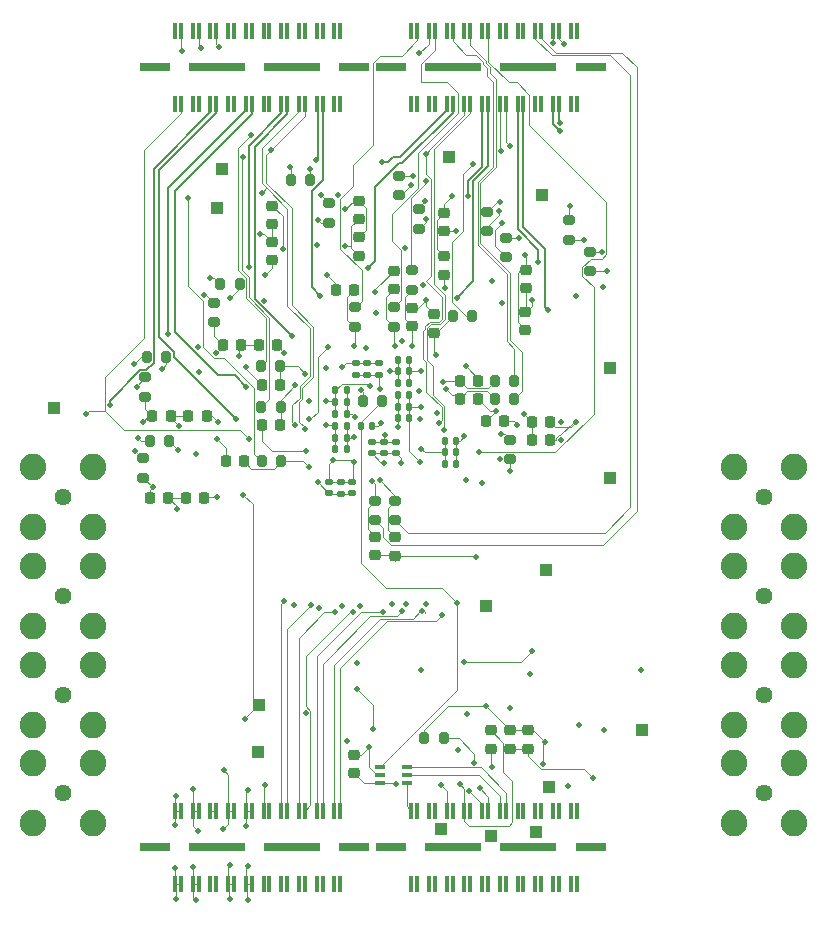
<source format=gbl>
%TF.GenerationSoftware,KiCad,Pcbnew,8.0.5*%
%TF.CreationDate,2025-03-25T15:29:15-05:00*%
%TF.ProjectId,PSEC5_Board,50534543-355f-4426-9f61-72642e6b6963,rev?*%
%TF.SameCoordinates,Original*%
%TF.FileFunction,Copper,L6,Bot*%
%TF.FilePolarity,Positive*%
%FSLAX46Y46*%
G04 Gerber Fmt 4.6, Leading zero omitted, Abs format (unit mm)*
G04 Created by KiCad (PCBNEW 8.0.5) date 2025-03-25 15:29:15*
%MOMM*%
%LPD*%
G01*
G04 APERTURE LIST*
G04 Aperture macros list*
%AMRoundRect*
0 Rectangle with rounded corners*
0 $1 Rounding radius*
0 $2 $3 $4 $5 $6 $7 $8 $9 X,Y pos of 4 corners*
0 Add a 4 corners polygon primitive as box body*
4,1,4,$2,$3,$4,$5,$6,$7,$8,$9,$2,$3,0*
0 Add four circle primitives for the rounded corners*
1,1,$1+$1,$2,$3*
1,1,$1+$1,$4,$5*
1,1,$1+$1,$6,$7*
1,1,$1+$1,$8,$9*
0 Add four rect primitives between the rounded corners*
20,1,$1+$1,$2,$3,$4,$5,0*
20,1,$1+$1,$4,$5,$6,$7,0*
20,1,$1+$1,$6,$7,$8,$9,0*
20,1,$1+$1,$8,$9,$2,$3,0*%
G04 Aperture macros list end*
%TA.AperFunction,ComponentPad*%
%ADD10R,1.000000X1.000000*%
%TD*%
%TA.AperFunction,ComponentPad*%
%ADD11C,1.440000*%
%TD*%
%TA.AperFunction,ComponentPad*%
%ADD12C,2.250000*%
%TD*%
%TA.AperFunction,SMDPad,CuDef*%
%ADD13RoundRect,0.140000X0.140000X0.170000X-0.140000X0.170000X-0.140000X-0.170000X0.140000X-0.170000X0*%
%TD*%
%TA.AperFunction,SMDPad,CuDef*%
%ADD14RoundRect,0.200000X-0.275000X0.200000X-0.275000X-0.200000X0.275000X-0.200000X0.275000X0.200000X0*%
%TD*%
%TA.AperFunction,SMDPad,CuDef*%
%ADD15RoundRect,0.200000X-0.200000X-0.275000X0.200000X-0.275000X0.200000X0.275000X-0.200000X0.275000X0*%
%TD*%
%TA.AperFunction,SMDPad,CuDef*%
%ADD16RoundRect,0.225000X-0.225000X-0.250000X0.225000X-0.250000X0.225000X0.250000X-0.225000X0.250000X0*%
%TD*%
%TA.AperFunction,SMDPad,CuDef*%
%ADD17RoundRect,0.225000X0.250000X-0.225000X0.250000X0.225000X-0.250000X0.225000X-0.250000X-0.225000X0*%
%TD*%
%TA.AperFunction,SMDPad,CuDef*%
%ADD18RoundRect,0.225000X0.225000X0.250000X-0.225000X0.250000X-0.225000X-0.250000X0.225000X-0.250000X0*%
%TD*%
%TA.AperFunction,SMDPad,CuDef*%
%ADD19RoundRect,0.225000X-0.250000X0.225000X-0.250000X-0.225000X0.250000X-0.225000X0.250000X0.225000X0*%
%TD*%
%TA.AperFunction,SMDPad,CuDef*%
%ADD20RoundRect,0.200000X0.200000X0.275000X-0.200000X0.275000X-0.200000X-0.275000X0.200000X-0.275000X0*%
%TD*%
%TA.AperFunction,SMDPad,CuDef*%
%ADD21R,0.300000X1.450000*%
%TD*%
%TA.AperFunction,SMDPad,CuDef*%
%ADD22R,2.540000X0.640000*%
%TD*%
%TA.AperFunction,SMDPad,CuDef*%
%ADD23R,4.700000X0.640000*%
%TD*%
%TA.AperFunction,SMDPad,CuDef*%
%ADD24RoundRect,0.140000X0.170000X-0.140000X0.170000X0.140000X-0.170000X0.140000X-0.170000X-0.140000X0*%
%TD*%
%TA.AperFunction,SMDPad,CuDef*%
%ADD25RoundRect,0.140000X-0.170000X0.140000X-0.170000X-0.140000X0.170000X-0.140000X0.170000X0.140000X0*%
%TD*%
%TA.AperFunction,SMDPad,CuDef*%
%ADD26RoundRect,0.140000X-0.140000X-0.170000X0.140000X-0.170000X0.140000X0.170000X-0.140000X0.170000X0*%
%TD*%
%TA.AperFunction,SMDPad,CuDef*%
%ADD27RoundRect,0.200000X0.275000X-0.200000X0.275000X0.200000X-0.275000X0.200000X-0.275000X-0.200000X0*%
%TD*%
%TA.AperFunction,SMDPad,CuDef*%
%ADD28R,0.850001X0.399999*%
%TD*%
%TA.AperFunction,ViaPad*%
%ADD29C,0.500000*%
%TD*%
%TA.AperFunction,Conductor*%
%ADD30C,0.100000*%
%TD*%
%TA.AperFunction,Conductor*%
%ADD31C,0.200000*%
%TD*%
G04 APERTURE END LIST*
D10*
%TO.P,READCLK,1,1*%
%TO.N,ReadClk*%
X133350000Y-60925000D03*
%TD*%
D11*
%TO.P,J8,1,In*%
%TO.N,Net-(J8-In)*%
X120375000Y-85375000D03*
D12*
%TO.P,J8,2,Ext*%
%TO.N,GND*%
X122915000Y-82835000D03*
X117835000Y-82835000D03*
X122915000Y-87915000D03*
X117835000Y-87915000D03*
%TD*%
D10*
%TO.P,TP3,1,1*%
%TO.N,DAC_V_OUT*%
X156125000Y-94600000D03*
%TD*%
D11*
%TO.P,J11,1,In*%
%TO.N,Net-(J11-In)*%
X179700000Y-85375000D03*
D12*
%TO.P,J11,2,Ext*%
%TO.N,GND*%
X177160000Y-87915000D03*
X182240000Y-87915000D03*
X177160000Y-82835000D03*
X182240000Y-82835000D03*
%TD*%
D10*
%TO.P,ADC_SDO,1,1*%
%TO.N,ADC_SDO*%
X156550000Y-114100000D03*
%TD*%
%TO.P,PED1,1,1*%
%TO.N,Net-(C3-Pad1)*%
X161275000Y-91550000D03*
%TD*%
%TO.P,ADC_SDI,1,1*%
%TO.N,ADC_SDI*%
X161500000Y-109950000D03*
%TD*%
%TO.P,THRESH1,1,1*%
%TO.N,/Biases\u002CThresh/discthresh1_postrc*%
X166700000Y-83825000D03*
%TD*%
%TO.P,ADC_SDK,1,1*%
%TO.N,ADC_SCK*%
X160425000Y-113725000D03*
%TD*%
D11*
%TO.P,J2,1,In*%
%TO.N,Net-(J2-In)*%
X179700000Y-93765000D03*
D12*
%TO.P,J2,2,Ext*%
%TO.N,GND*%
X177160000Y-96305000D03*
X182240000Y-96305000D03*
X177160000Y-91225000D03*
X182240000Y-91225000D03*
%TD*%
D11*
%TO.P,J6,1,In*%
%TO.N,Net-(J6-In)*%
X120350000Y-102140000D03*
D12*
%TO.P,J6,2,Ext*%
%TO.N,GND*%
X122890000Y-99600000D03*
X117810000Y-99600000D03*
X122890000Y-104680000D03*
X117810000Y-104680000D03*
%TD*%
D10*
%TO.P,INTEGRATOR,1,1*%
%TO.N,/Phase_detection/OP_AMP_OUT*%
X169350000Y-105125000D03*
%TD*%
%TO.P,CLK_OUT,1,1*%
%TO.N,CLK_OUT*%
X136900000Y-107025000D03*
%TD*%
%TO.P,TRIGGERIN,1,1*%
%TO.N,TRIGGERIN*%
X119575000Y-77900000D03*
%TD*%
D11*
%TO.P,J5,1,In*%
%TO.N,Net-(J5-In)*%
X120350000Y-110490000D03*
D12*
%TO.P,J5,2,Ext*%
%TO.N,GND*%
X122890000Y-113030000D03*
X122890000Y-107950000D03*
X117810000Y-113030000D03*
X117810000Y-107950000D03*
%TD*%
D10*
%TO.P,PSEC5_CLK_OUT,1,1*%
%TO.N,PSEC5_CLK_OUT*%
X136925000Y-103025000D03*
%TD*%
D11*
%TO.P,J4,1,In*%
%TO.N,Net-(J4-In)*%
X179695000Y-110490000D03*
D12*
%TO.P,J4,2,Ext*%
%TO.N,GND*%
X177155000Y-113030000D03*
X182235000Y-113030000D03*
X177155000Y-107950000D03*
X182235000Y-107950000D03*
%TD*%
D10*
%TO.P,RST,1,1*%
%TO.N,rst*%
X160925000Y-59850000D03*
%TD*%
%TO.P,TRIGGEROUT,1,1*%
%TO.N,TRIGGEROUT*%
X133800000Y-57600000D03*
%TD*%
D11*
%TO.P,J7,1,In*%
%TO.N,Net-(J7-In)*%
X120360000Y-93765000D03*
D12*
%TO.P,J7,2,Ext*%
%TO.N,GND*%
X122900000Y-91225000D03*
X117820000Y-91225000D03*
X122900000Y-96305000D03*
X117820000Y-96305000D03*
%TD*%
D10*
%TO.P,SPICLK,1,1*%
%TO.N,SPIclk*%
X166675000Y-74450000D03*
%TD*%
%TO.P,ADC_CNV,1,1*%
%TO.N,ADC_CNV*%
X152325000Y-113475000D03*
%TD*%
D11*
%TO.P,J3,1,In*%
%TO.N,Net-(J3-In)*%
X179700000Y-102140000D03*
D12*
%TO.P,J3,2,Ext*%
%TO.N,GND*%
X177160000Y-104680000D03*
X182240000Y-104680000D03*
X177160000Y-99600000D03*
X182240000Y-99600000D03*
%TD*%
D10*
%TO.P,PICO,1,1*%
%TO.N,PICO*%
X153075000Y-56600000D03*
%TD*%
D13*
%TO.P,C113,1*%
%TO.N,GND*%
X144375000Y-81350000D03*
%TO.P,C113,2*%
%TO.N,VDD25*%
X143415000Y-81350000D03*
%TD*%
D14*
%TO.P,R33,1*%
%TO.N,Net-(IC3--IN)*%
X148800000Y-58208188D03*
%TO.P,R33,2*%
%TO.N,GND*%
X148800000Y-59858188D03*
%TD*%
D15*
%TO.P,R3,1*%
%TO.N,/Biases\u002CThresh/discthresh2_postrc*%
X156925000Y-77100000D03*
%TO.P,R3,2*%
%TO.N,Disc_Thresh2*%
X158575000Y-77100000D03*
%TD*%
D16*
%TO.P,C76,1*%
%TO.N,GND*%
X133883189Y-72501301D03*
%TO.P,C76,2*%
%TO.N,VDD33*%
X135433189Y-72501301D03*
%TD*%
D17*
%TO.P,R25,1*%
%TO.N,VDD25*%
X156549400Y-106710000D03*
%TO.P,R25,2*%
%TO.N,ADC_SDO*%
X156549400Y-105160000D03*
%TD*%
D18*
%TO.P,C15,1*%
%TO.N,/Biases\u002CThresh/discthresh8_postrc*%
X135675000Y-82375000D03*
%TO.P,C15,2*%
%TO.N,GND*%
X134125000Y-82375000D03*
%TD*%
D19*
%TO.P,C64,1*%
%TO.N,GND*%
X138050001Y-60733188D03*
%TO.P,C64,2*%
%TO.N,VDD33*%
X138050001Y-62283188D03*
%TD*%
D13*
%TO.P,C5,1*%
%TO.N,GND*%
X153655000Y-80650000D03*
%TO.P,C5,2*%
%TO.N,VDD25*%
X152695000Y-80650000D03*
%TD*%
D20*
%TO.P,R41,1*%
%TO.N,Net-(IC5--IN)*%
X141300001Y-58558188D03*
%TO.P,R41,2*%
%TO.N,GND*%
X139650001Y-58558188D03*
%TD*%
D21*
%TO.P,J1,01,01*%
%TO.N,unconnected-(J1-Pad01)*%
X163833400Y-45912139D03*
%TO.P,J1,02,02*%
%TO.N,unconnected-(J1-Pad02)*%
X163833400Y-52092139D03*
%TO.P,J1,03,03*%
%TO.N,unconnected-(J1-Pad03)*%
X163333400Y-45912139D03*
%TO.P,J1,04,04*%
%TO.N,unconnected-(J1-Pad04)*%
X163333400Y-52092139D03*
%TO.P,J1,05,05*%
%TO.N,READBIAS2*%
X162333400Y-45912139D03*
%TO.P,J1,06,06*%
%TO.N,ADC1_Out+*%
X162333400Y-52092139D03*
%TO.P,J1,07,07*%
%TO.N,READBIAS1*%
X161833400Y-45912139D03*
%TO.P,J1,08,08*%
%TO.N,ADC1_Out-*%
X161833400Y-52092139D03*
%TO.P,J1,09,09*%
%TO.N,DISCBIAS*%
X160833400Y-45912139D03*
%TO.P,J1,10,10*%
%TO.N,unconnected-(J1-Pad10)*%
X160833400Y-52092139D03*
%TO.P,J1,11,11*%
%TO.N,WBUFBIAS*%
X160333400Y-45912139D03*
%TO.P,J1,12,12*%
%TO.N,unconnected-(J1-Pad12)*%
X160333400Y-52092139D03*
%TO.P,J1,13,13*%
%TO.N,unconnected-(J1-Pad13)*%
X159333400Y-45912139D03*
%TO.P,J1,14,14*%
%TO.N,ADC2_Out+*%
X159333400Y-52092139D03*
%TO.P,J1,15,15*%
%TO.N,unconnected-(J1-Pad15)*%
X158833400Y-45912139D03*
%TO.P,J1,16,16*%
%TO.N,ADC2_Out-*%
X158833400Y-52092139D03*
%TO.P,J1,17,17*%
%TO.N,unconnected-(J1-Pad17)*%
X157833400Y-45912139D03*
%TO.P,J1,18,18*%
%TO.N,SPIclk*%
X157833400Y-52092139D03*
%TO.P,J1,19,19*%
%TO.N,unconnected-(J1-Pad19)*%
X157333400Y-45912139D03*
%TO.P,J1,20,20*%
%TO.N,rst*%
X157333400Y-52092139D03*
%TO.P,J1,21,21*%
%TO.N,Disc_Thresh1*%
X156333400Y-45912139D03*
%TO.P,J1,22,22*%
%TO.N,ADC3_Out+*%
X156333400Y-52092139D03*
%TO.P,J1,23,23*%
%TO.N,unconnected-(J1-Pad23)*%
X155833400Y-45912139D03*
%TO.P,J1,24,24*%
%TO.N,ADC3_Out-*%
X155833400Y-52092139D03*
%TO.P,J1,25,25*%
%TO.N,Disc_Thresh2*%
X154833400Y-45912139D03*
%TO.P,J1,26,26*%
%TO.N,POCI*%
X154833400Y-52092139D03*
%TO.P,J1,27,27*%
%TO.N,unconnected-(J1-Pad27)*%
X154333400Y-45912139D03*
%TO.P,J1,28,28*%
%TO.N,PICO*%
X154333400Y-52092139D03*
%TO.P,J1,29,29*%
%TO.N,Disc_Thresh3*%
X153333400Y-45912139D03*
%TO.P,J1,30,30*%
%TO.N,ADC4_Out+*%
X153333400Y-52092139D03*
%TO.P,J1,31,31*%
%TO.N,unconnected-(J1-Pad31)*%
X152833400Y-45912139D03*
%TO.P,J1,32,32*%
%TO.N,ADC4_Out-*%
X152833400Y-52092139D03*
%TO.P,J1,33,33*%
%TO.N,Disc_Thresh4*%
X151833400Y-45912139D03*
%TO.P,J1,34,34*%
%TO.N,unconnected-(J1-Pad34)*%
X151833400Y-52092139D03*
%TO.P,J1,35,35*%
%TO.N,PSEC5_CLK_OUT*%
X151333400Y-45912139D03*
%TO.P,J1,36,36*%
%TO.N,unconnected-(J1-Pad36)*%
X151333400Y-52092139D03*
%TO.P,J1,37,37*%
%TO.N,Disc_Thresh5*%
X150333400Y-45912139D03*
%TO.P,J1,38,38*%
%TO.N,unconnected-(J1-Pad38)*%
X150333400Y-52092139D03*
%TO.P,J1,39,39*%
%TO.N,unconnected-(J1-Pad39)*%
X149833400Y-45912139D03*
%TO.P,J1,40,40*%
%TO.N,unconnected-(J1-Pad40)*%
X149833400Y-52092139D03*
%TO.P,J1,41,41*%
%TO.N,unconnected-(J1-Pad41)*%
X143833400Y-45912139D03*
%TO.P,J1,42,42*%
%TO.N,unconnected-(J1-Pad42)*%
X143833400Y-52092139D03*
%TO.P,J1,43,43*%
%TO.N,unconnected-(J1-Pad43)*%
X143333400Y-45912139D03*
%TO.P,J1,44,44*%
%TO.N,unconnected-(J1-Pad44)*%
X143333400Y-52092139D03*
%TO.P,J1,45,45*%
%TO.N,unconnected-(J1-Pad45)*%
X142333400Y-45912139D03*
%TO.P,J1,46,46*%
%TO.N,ADC5_Out+*%
X142333400Y-52092139D03*
%TO.P,J1,47,47*%
%TO.N,unconnected-(J1-Pad47)*%
X141833400Y-45912139D03*
%TO.P,J1,48,48*%
%TO.N,ADC5_Out-*%
X141833400Y-52092139D03*
%TO.P,J1,49,49*%
%TO.N,unconnected-(J1-Pad49)*%
X140833400Y-45912139D03*
%TO.P,J1,50,50*%
%TO.N,TRIGGEROUT*%
X140833400Y-52092139D03*
%TO.P,J1,51,51*%
%TO.N,unconnected-(J1-Pad51)*%
X140333400Y-45912139D03*
%TO.P,J1,52,52*%
%TO.N,ReadClk*%
X140333400Y-52092139D03*
%TO.P,J1,53,53*%
%TO.N,unconnected-(J1-Pad53)*%
X139333400Y-45912139D03*
%TO.P,J1,54,54*%
%TO.N,ADC6_Out+*%
X139333400Y-52092139D03*
%TO.P,J1,55,55*%
%TO.N,unconnected-(J1-Pad55)*%
X138833400Y-45912139D03*
%TO.P,J1,56,56*%
%TO.N,ADC6_Out-*%
X138833400Y-52092139D03*
%TO.P,J1,57,57*%
%TO.N,unconnected-(J1-Pad57)*%
X137833400Y-45912139D03*
%TO.P,J1,58,58*%
%TO.N,unconnected-(J1-Pad58)*%
X137833400Y-52092139D03*
%TO.P,J1,59,59*%
%TO.N,unconnected-(J1-Pad59)*%
X137333400Y-45912139D03*
%TO.P,J1,60,60*%
%TO.N,unconnected-(J1-Pad60)*%
X137333400Y-52092139D03*
%TO.P,J1,61,61*%
%TO.N,unconnected-(J1-Pad61)*%
X136333400Y-45912139D03*
%TO.P,J1,62,62*%
%TO.N,ADC7_Out+*%
X136333400Y-52092139D03*
%TO.P,J1,63,63*%
%TO.N,unconnected-(J1-Pad63)*%
X135833400Y-45912139D03*
%TO.P,J1,64,64*%
%TO.N,ADC7_Out-*%
X135833400Y-52092139D03*
%TO.P,J1,65,65*%
%TO.N,unconnected-(J1-Pad65)*%
X134833400Y-45912139D03*
%TO.P,J1,66,66*%
%TO.N,unconnected-(J1-Pad66)*%
X134833400Y-52092139D03*
%TO.P,J1,67,67*%
%TO.N,unconnected-(J1-Pad67)*%
X134333400Y-45912139D03*
%TO.P,J1,68,68*%
%TO.N,unconnected-(J1-Pad68)*%
X134333400Y-52092139D03*
%TO.P,J1,69,69*%
%TO.N,Disc_Thresh6*%
X133333400Y-45912139D03*
%TO.P,J1,70,70*%
%TO.N,ADC8_Out+*%
X133333400Y-52092139D03*
%TO.P,J1,71,71*%
%TO.N,unconnected-(J1-Pad71)*%
X132833400Y-45912139D03*
%TO.P,J1,72,72*%
%TO.N,ADC8_Out-*%
X132833400Y-52092139D03*
%TO.P,J1,73,73*%
%TO.N,Disc_Thresh7*%
X131833400Y-45912139D03*
%TO.P,J1,74,74*%
%TO.N,unconnected-(J1-Pad74)*%
X131833400Y-52092139D03*
%TO.P,J1,75,75*%
%TO.N,unconnected-(J1-Pad75)*%
X131333400Y-45912139D03*
%TO.P,J1,76,76*%
%TO.N,unconnected-(J1-Pad76)*%
X131333400Y-52092139D03*
%TO.P,J1,77,77*%
%TO.N,Disc_Thresh8*%
X130333400Y-45912139D03*
%TO.P,J1,78,78*%
%TO.N,TRIGGERIN*%
X130333400Y-52092139D03*
%TO.P,J1,79,79*%
%TO.N,unconnected-(J1-Pad79)*%
X129833400Y-45912139D03*
%TO.P,J1,80,80*%
%TO.N,unconnected-(J1-Pad80)*%
X129833400Y-52092139D03*
D22*
%TO.P,J1,G1,GND1*%
%TO.N,GND*%
X165033400Y-49002139D03*
D23*
%TO.P,J1,G2,GND1__1*%
X159763400Y-49002139D03*
%TO.P,J1,G3,GND1__2*%
X153413400Y-49002139D03*
D22*
%TO.P,J1,G4,GND1__3*%
X148143400Y-49002139D03*
%TO.P,J1,G5,GND2*%
X145023400Y-49002139D03*
D23*
%TO.P,J1,G6,GND2__1*%
X139753400Y-49002139D03*
%TO.P,J1,G7,GND2__2*%
X133403400Y-49002139D03*
D22*
%TO.P,J1,G8,GND2__3*%
X128133400Y-49002139D03*
%TD*%
D19*
%TO.P,C57,1*%
%TO.N,GND*%
X145400000Y-60308188D03*
%TO.P,C57,2*%
%TO.N,VDD33*%
X145400000Y-61858188D03*
%TD*%
D24*
%TO.P,C116,1*%
%TO.N,GND*%
X147075000Y-75055000D03*
%TO.P,C116,2*%
%TO.N,VDD25*%
X147075000Y-74095000D03*
%TD*%
D18*
%TO.P,C12,1*%
%TO.N,/Biases\u002CThresh/discthresh5_postrc*%
X145025000Y-67875000D03*
%TO.P,C12,2*%
%TO.N,GND*%
X143475000Y-67875000D03*
%TD*%
D19*
%TO.P,C18,1*%
%TO.N,/Biases\u002CThresh/wbufbias_postrc*%
X148500000Y-88825000D03*
%TO.P,C18,2*%
%TO.N,GND*%
X148500000Y-90375000D03*
%TD*%
D25*
%TO.P,C108,1*%
%TO.N,GND*%
X146520000Y-80745000D03*
%TO.P,C108,2*%
%TO.N,VDD*%
X146520000Y-81705000D03*
%TD*%
D21*
%TO.P,J9,01,01*%
%TO.N,unconnected-(J9-Pad01)*%
X163833400Y-111975000D03*
%TO.P,J9,02,02*%
%TO.N,unconnected-(J9-Pad02)*%
X163833400Y-118155000D03*
%TO.P,J9,03,03*%
%TO.N,unconnected-(J9-Pad03)*%
X163333400Y-111975000D03*
%TO.P,J9,04,04*%
%TO.N,unconnected-(J9-Pad04)*%
X163333400Y-118155000D03*
%TO.P,J9,05,05*%
%TO.N,unconnected-(J9-Pad05)*%
X162333400Y-111975000D03*
%TO.P,J9,06,06*%
%TO.N,unconnected-(J9-Pad06)*%
X162333400Y-118155000D03*
%TO.P,J9,07,07*%
%TO.N,unconnected-(J9-Pad07)*%
X161833400Y-111975000D03*
%TO.P,J9,08,08*%
%TO.N,unconnected-(J9-Pad08)*%
X161833400Y-118155000D03*
%TO.P,J9,09,09*%
%TO.N,unconnected-(J9-Pad09)*%
X160833400Y-111975000D03*
%TO.P,J9,10,10*%
%TO.N,unconnected-(J9-Pad10)*%
X160833400Y-118155000D03*
%TO.P,J9,11,11*%
%TO.N,unconnected-(J9-Pad11)*%
X160333400Y-111975000D03*
%TO.P,J9,12,12*%
%TO.N,unconnected-(J9-Pad12)*%
X160333400Y-118155000D03*
%TO.P,J9,13,13*%
%TO.N,unconnected-(J9-Pad13)*%
X159333400Y-111975000D03*
%TO.P,J9,14,14*%
%TO.N,unconnected-(J9-Pad14)*%
X159333400Y-118155000D03*
%TO.P,J9,15,15*%
%TO.N,unconnected-(J9-Pad15)*%
X158833400Y-111975000D03*
%TO.P,J9,16,16*%
%TO.N,unconnected-(J9-Pad16)*%
X158833400Y-118155000D03*
%TO.P,J9,17,17*%
%TO.N,SYNC_N*%
X157833400Y-111975000D03*
%TO.P,J9,18,18*%
%TO.N,unconnected-(J9-Pad18)*%
X157833400Y-118155000D03*
%TO.P,J9,19,19*%
%TO.N,DAC_SCLK*%
X157333400Y-111975000D03*
%TO.P,J9,20,20*%
%TO.N,unconnected-(J9-Pad20)*%
X157333400Y-118155000D03*
%TO.P,J9,21,21*%
%TO.N,ADC_SDI*%
X156333400Y-111975000D03*
%TO.P,J9,22,22*%
%TO.N,unconnected-(J9-Pad22)*%
X156333400Y-118155000D03*
%TO.P,J9,23,23*%
%TO.N,ADC_SCK*%
X155833400Y-111975000D03*
%TO.P,J9,24,24*%
%TO.N,unconnected-(J9-Pad24)*%
X155833400Y-118155000D03*
%TO.P,J9,25,25*%
%TO.N,unconnected-(J9-Pad25)*%
X154833400Y-111975000D03*
%TO.P,J9,26,26*%
%TO.N,unconnected-(J9-Pad26)*%
X154833400Y-118155000D03*
%TO.P,J9,27,27*%
%TO.N,ADC_SDO*%
X154333400Y-111975000D03*
%TO.P,J9,28,28*%
%TO.N,unconnected-(J9-Pad28)*%
X154333400Y-118155000D03*
%TO.P,J9,29,29*%
%TO.N,unconnected-(J9-Pad29)*%
X153333400Y-111975000D03*
%TO.P,J9,30,30*%
%TO.N,unconnected-(J9-Pad30)*%
X153333400Y-118155000D03*
%TO.P,J9,31,31*%
%TO.N,ADC_CNV*%
X152833400Y-111975000D03*
%TO.P,J9,32,32*%
%TO.N,unconnected-(J9-Pad32)*%
X152833400Y-118155000D03*
%TO.P,J9,33,33*%
%TO.N,unconnected-(J9-Pad33)*%
X151833400Y-111975000D03*
%TO.P,J9,34,34*%
%TO.N,unconnected-(J9-Pad34)*%
X151833400Y-118155000D03*
%TO.P,J9,35,35*%
%TO.N,unconnected-(J9-Pad35)*%
X151333400Y-111975000D03*
%TO.P,J9,36,36*%
%TO.N,unconnected-(J9-Pad36)*%
X151333400Y-118155000D03*
%TO.P,J9,37,37*%
%TO.N,unconnected-(J9-Pad37)*%
X150333400Y-111975000D03*
%TO.P,J9,38,38*%
%TO.N,unconnected-(J9-Pad38)*%
X150333400Y-118155000D03*
%TO.P,J9,39,39*%
%TO.N,DAC_V_IN*%
X149833400Y-111975000D03*
%TO.P,J9,40,40*%
%TO.N,unconnected-(J9-Pad40)*%
X149833400Y-118155000D03*
%TO.P,J9,41,41*%
%TO.N,V_ped1*%
X143833400Y-111975000D03*
%TO.P,J9,42,42*%
%TO.N,unconnected-(J9-Pad42)*%
X143833400Y-118155000D03*
%TO.P,J9,43,43*%
%TO.N,V_ped2*%
X143333400Y-111975000D03*
%TO.P,J9,44,44*%
%TO.N,unconnected-(J9-Pad44)*%
X143333400Y-118155000D03*
%TO.P,J9,45,45*%
%TO.N,V_ped3*%
X142333400Y-111975000D03*
%TO.P,J9,46,46*%
%TO.N,unconnected-(J9-Pad46)*%
X142333400Y-118155000D03*
%TO.P,J9,47,47*%
%TO.N,V_ped4*%
X141833400Y-111975000D03*
%TO.P,J9,48,48*%
%TO.N,unconnected-(J9-Pad48)*%
X141833400Y-118155000D03*
%TO.P,J9,49,49*%
%TO.N,V_ped5*%
X140833400Y-111975000D03*
%TO.P,J9,50,50*%
%TO.N,unconnected-(J9-Pad50)*%
X140833400Y-118155000D03*
%TO.P,J9,51,51*%
%TO.N,V_ped6*%
X140333400Y-111975000D03*
%TO.P,J9,52,52*%
%TO.N,unconnected-(J9-Pad52)*%
X140333400Y-118155000D03*
%TO.P,J9,53,53*%
%TO.N,V_ped7*%
X139333400Y-111975000D03*
%TO.P,J9,54,54*%
%TO.N,unconnected-(J9-Pad54)*%
X139333400Y-118155000D03*
%TO.P,J9,55,55*%
%TO.N,V_ped8*%
X138833400Y-111975000D03*
%TO.P,J9,56,56*%
%TO.N,unconnected-(J9-Pad56)*%
X138833400Y-118155000D03*
%TO.P,J9,57,57*%
%TO.N,unconnected-(J9-Pad57)*%
X137833400Y-111975000D03*
%TO.P,J9,58,58*%
%TO.N,unconnected-(J9-Pad58)*%
X137833400Y-118155000D03*
%TO.P,J9,59,59*%
%TO.N,CLK_OUT*%
X137333400Y-111975000D03*
%TO.P,J9,60,60*%
%TO.N,unconnected-(J9-Pad60)*%
X137333400Y-118155000D03*
%TO.P,J9,61,61*%
%TO.N,VDD25*%
X136333400Y-111975000D03*
%TO.P,J9,62,62*%
X136333400Y-118155000D03*
%TO.P,J9,63,63*%
X135833400Y-111975000D03*
%TO.P,J9,64,64*%
X135833400Y-118155000D03*
%TO.P,J9,65,65*%
%TO.N,VDD18*%
X134833400Y-111975000D03*
%TO.P,J9,66,66*%
X134833400Y-118155000D03*
%TO.P,J9,67,67*%
X134333400Y-111975000D03*
%TO.P,J9,68,68*%
X134333400Y-118155000D03*
%TO.P,J9,69,69*%
%TO.N,VDD50*%
X133333400Y-111975000D03*
%TO.P,J9,70,70*%
%TO.N,unconnected-(J9-Pad70)*%
X133333400Y-118155000D03*
%TO.P,J9,71,71*%
%TO.N,VDD50*%
X132833400Y-111975000D03*
%TO.P,J9,72,72*%
%TO.N,unconnected-(J9-Pad72)*%
X132833400Y-118155000D03*
%TO.P,J9,73,73*%
%TO.N,VDD33*%
X131833400Y-111975000D03*
%TO.P,J9,74,74*%
X131833400Y-118155000D03*
%TO.P,J9,75,75*%
X131333400Y-111975000D03*
%TO.P,J9,76,76*%
X131333400Y-118155000D03*
%TO.P,J9,77,77*%
%TO.N,VDD*%
X130333400Y-111975000D03*
%TO.P,J9,78,78*%
X130333400Y-118155000D03*
%TO.P,J9,79,79*%
X129833400Y-111975000D03*
%TO.P,J9,80,80*%
X129833400Y-118155000D03*
D22*
%TO.P,J9,G1,GND1*%
%TO.N,GND*%
X165033400Y-115065000D03*
D23*
%TO.P,J9,G2,GND1__1*%
X159763400Y-115065000D03*
%TO.P,J9,G3,GND1__2*%
X153413400Y-115065000D03*
D22*
%TO.P,J9,G4,GND1__3*%
X148143400Y-115065000D03*
%TO.P,J9,G5,GND2*%
X145023400Y-115065000D03*
D23*
%TO.P,J9,G6,GND2__1*%
X139753400Y-115065000D03*
%TO.P,J9,G7,GND2__2*%
X133403400Y-115065000D03*
D22*
%TO.P,J9,G8,GND2__3*%
X128133400Y-115065000D03*
%TD*%
D17*
%TO.P,C11,1*%
%TO.N,/Biases\u002CThresh/discthresh4_postrc*%
X148350000Y-67825000D03*
%TO.P,C11,2*%
%TO.N,GND*%
X148350000Y-66275000D03*
%TD*%
D13*
%TO.P,C111,1*%
%TO.N,GND*%
X144375000Y-79400000D03*
%TO.P,C111,2*%
%TO.N,VDD25*%
X143415000Y-79400000D03*
%TD*%
D26*
%TO.P,C99,1*%
%TO.N,GND*%
X148720000Y-78725000D03*
%TO.P,C99,2*%
%TO.N,VDD*%
X149680000Y-78725000D03*
%TD*%
D18*
%TO.P,C14,1*%
%TO.N,/Biases\u002CThresh/discthresh7_postrc*%
X138725000Y-79275000D03*
%TO.P,C14,2*%
%TO.N,GND*%
X137175000Y-79275000D03*
%TD*%
D27*
%TO.P,R57,1*%
%TO.N,VDD18*%
X164950000Y-66300000D03*
%TO.P,R57,2*%
%TO.N,Net-(IC1-VOCM)*%
X164950000Y-64650000D03*
%TD*%
D24*
%TO.P,C114,1*%
%TO.N,GND*%
X146100000Y-75055000D03*
%TO.P,C114,2*%
%TO.N,VDD25*%
X146100000Y-74095000D03*
%TD*%
D20*
%TO.P,R9,1*%
%TO.N,/Biases\u002CThresh/discthresh8_postrc*%
X138825000Y-82375000D03*
%TO.P,R9,2*%
%TO.N,Disc_Thresh8*%
X137175000Y-82375000D03*
%TD*%
D17*
%TO.P,C63,1*%
%TO.N,GND*%
X138050001Y-65333188D03*
%TO.P,C63,2*%
%TO.N,VDD33*%
X138050001Y-63783188D03*
%TD*%
D16*
%TO.P,C9,1*%
%TO.N,/Biases\u002CThresh/discthresh2_postrc*%
X153950000Y-77075000D03*
%TO.P,C9,2*%
%TO.N,GND*%
X155500000Y-77075000D03*
%TD*%
D24*
%TO.P,C97,1*%
%TO.N,GND*%
X144850000Y-85105000D03*
%TO.P,C97,2*%
%TO.N,VDD*%
X144850000Y-84145000D03*
%TD*%
%TO.P,C98,1*%
%TO.N,GND*%
X143870000Y-85110000D03*
%TO.P,C98,2*%
%TO.N,VDD*%
X143870000Y-84150000D03*
%TD*%
D20*
%TO.P,R79,1*%
%TO.N,DAC_V_OUT*%
X147375000Y-77275000D03*
%TO.P,R79,2*%
%TO.N,Net-(U2-VCOCTRL)*%
X145725000Y-77275000D03*
%TD*%
%TO.P,R7,1*%
%TO.N,/Biases\u002CThresh/discthresh6_postrc*%
X138725000Y-74350000D03*
%TO.P,R7,2*%
%TO.N,Disc_Thresh6*%
X137075000Y-74350000D03*
%TD*%
D18*
%TO.P,C80,1*%
%TO.N,GND*%
X132509444Y-78574999D03*
%TO.P,C80,2*%
%TO.N,VDD33*%
X130959444Y-78574999D03*
%TD*%
D17*
%TO.P,C50,1*%
%TO.N,GND*%
X152600000Y-62885700D03*
%TO.P,C50,2*%
%TO.N,VDD33*%
X152600000Y-61335700D03*
%TD*%
D27*
%TO.P,R63,1*%
%TO.N,VDD18*%
X150475000Y-62708188D03*
%TO.P,R63,2*%
%TO.N,Net-(IC3-VOCM)*%
X150475000Y-61058188D03*
%TD*%
D19*
%TO.P,C19,1*%
%TO.N,/Biases\u002CThresh/discbias_postrc*%
X146800000Y-88800000D03*
%TO.P,C19,2*%
%TO.N,GND*%
X146800000Y-90350000D03*
%TD*%
D27*
%TO.P,R61,1*%
%TO.N,VDD18*%
X157875000Y-65110700D03*
%TO.P,R61,2*%
%TO.N,Net-(IC2-VOCM)*%
X157875000Y-63460700D03*
%TD*%
D26*
%TO.P,C100,1*%
%TO.N,GND*%
X148720000Y-77750000D03*
%TO.P,C100,2*%
%TO.N,VDD*%
X149680000Y-77750000D03*
%TD*%
D24*
%TO.P,C115,1*%
%TO.N,GND*%
X145125000Y-75055000D03*
%TO.P,C115,2*%
%TO.N,VDD25*%
X145125000Y-74095000D03*
%TD*%
D15*
%TO.P,R11,1*%
%TO.N,/Biases\u002CThresh/readbias2_postrc*%
X153350000Y-70050000D03*
%TO.P,R11,2*%
%TO.N,READBIAS2*%
X155000000Y-70050000D03*
%TD*%
D14*
%TO.P,R53,1*%
%TO.N,Net-(IC8--IN)*%
X127164300Y-82125000D03*
%TO.P,R53,2*%
%TO.N,GND*%
X127164300Y-83775000D03*
%TD*%
D17*
%TO.P,C17,1*%
%TO.N,/Biases\u002CThresh/readbias2_postrc*%
X151800000Y-71500000D03*
%TO.P,C17,2*%
%TO.N,GND*%
X151800000Y-69950000D03*
%TD*%
D16*
%TO.P,C89,1*%
%TO.N,GND*%
X127714300Y-85475000D03*
%TO.P,C89,2*%
%TO.N,VDD33*%
X129264300Y-85475000D03*
%TD*%
D18*
%TO.P,C13,1*%
%TO.N,/Biases\u002CThresh/discthresh6_postrc*%
X138725000Y-75925000D03*
%TO.P,C13,2*%
%TO.N,GND*%
X137175000Y-75925000D03*
%TD*%
D27*
%TO.P,R5,1*%
%TO.N,/Biases\u002CThresh/discthresh4_postrc*%
X148350000Y-70975000D03*
%TO.P,R5,2*%
%TO.N,Disc_Thresh4*%
X148350000Y-69325000D03*
%TD*%
D15*
%TO.P,R67,1*%
%TO.N,VDD18*%
X133658189Y-67376301D03*
%TO.P,R67,2*%
%TO.N,Net-(IC6-VOCM)*%
X135308189Y-67376301D03*
%TD*%
D18*
%TO.P,C88,1*%
%TO.N,GND*%
X132289300Y-85475000D03*
%TO.P,C88,2*%
%TO.N,VDD33*%
X130739300Y-85475000D03*
%TD*%
D14*
%TO.P,R49,1*%
%TO.N,Net-(IC7--IN)*%
X127309444Y-75274999D03*
%TO.P,R49,2*%
%TO.N,GND*%
X127309444Y-76924999D03*
%TD*%
D17*
%TO.P,C4,1*%
%TO.N,GND*%
X158229400Y-106710000D03*
%TO.P,C4,2*%
%TO.N,VDD18*%
X158229400Y-105160000D03*
%TD*%
D15*
%TO.P,R71,1*%
%TO.N,VDD18*%
X127689300Y-80650000D03*
%TO.P,R71,2*%
%TO.N,Net-(IC8-VOCM)*%
X129339300Y-80650000D03*
%TD*%
D13*
%TO.P,C105,1*%
%TO.N,GND*%
X144380000Y-76375000D03*
%TO.P,C105,2*%
%TO.N,VDD*%
X143420000Y-76375000D03*
%TD*%
D26*
%TO.P,C101,1*%
%TO.N,GND*%
X148720000Y-76775000D03*
%TO.P,C101,2*%
%TO.N,VDD*%
X149680000Y-76775000D03*
%TD*%
D14*
%TO.P,R45,1*%
%TO.N,Net-(IC6--IN)*%
X133133189Y-68976301D03*
%TO.P,R45,2*%
%TO.N,GND*%
X133133189Y-70626301D03*
%TD*%
D19*
%TO.P,C34,1*%
%TO.N,VDD18*%
X159729400Y-105150000D03*
%TO.P,C34,2*%
%TO.N,GND*%
X159729400Y-106700000D03*
%TD*%
D16*
%TO.P,C44,1*%
%TO.N,GND*%
X160075000Y-80550000D03*
%TO.P,C44,2*%
%TO.N,VDD33*%
X161625000Y-80550000D03*
%TD*%
D17*
%TO.P,C49,1*%
%TO.N,GND*%
X152625000Y-66585700D03*
%TO.P,C49,2*%
%TO.N,VDD33*%
X152625000Y-65035700D03*
%TD*%
D14*
%TO.P,R12,1*%
%TO.N,/Biases\u002CThresh/wbufbias_postrc*%
X148500000Y-85725000D03*
%TO.P,R12,2*%
%TO.N,WBUFBIAS*%
X148500000Y-87375000D03*
%TD*%
D16*
%TO.P,C73,1*%
%TO.N,GND*%
X156150000Y-79000000D03*
%TO.P,C73,2*%
%TO.N,VDD33*%
X157700000Y-79000000D03*
%TD*%
D24*
%TO.P,C95,1*%
%TO.N,GND*%
X142875000Y-85105000D03*
%TO.P,C95,2*%
%TO.N,VDD*%
X142875000Y-84145000D03*
%TD*%
D19*
%TO.P,C55,1*%
%TO.N,GND*%
X145400000Y-63408188D03*
%TO.P,C55,2*%
%TO.N,VDD33*%
X145400000Y-64958188D03*
%TD*%
%TO.P,C40,1*%
%TO.N,GND*%
X159498699Y-69725000D03*
%TO.P,C40,2*%
%TO.N,VDD33*%
X159498699Y-71275000D03*
%TD*%
D27*
%TO.P,R20,1*%
%TO.N,VDD18*%
X158225000Y-82225000D03*
%TO.P,R20,2*%
%TO.N,Net-(IC4-VOCM)*%
X158225000Y-80575000D03*
%TD*%
D14*
%TO.P,R16,1*%
%TO.N,VDD18*%
X142900001Y-60533188D03*
%TO.P,R16,2*%
%TO.N,Net-(IC5-VOCM)*%
X142900001Y-62183188D03*
%TD*%
D26*
%TO.P,C120,1*%
%TO.N,DAC_V_OUT*%
X145595000Y-79375000D03*
%TO.P,C120,2*%
%TO.N,GND*%
X146555000Y-79375000D03*
%TD*%
D15*
%TO.P,R69,1*%
%TO.N,VDD18*%
X127434444Y-73549999D03*
%TO.P,R69,2*%
%TO.N,Net-(IC7-VOCM)*%
X129084444Y-73549999D03*
%TD*%
D20*
%TO.P,R8,1*%
%TO.N,/Biases\u002CThresh/discthresh7_postrc*%
X138775000Y-77775000D03*
%TO.P,R8,2*%
%TO.N,Disc_Thresh7*%
X137125000Y-77775000D03*
%TD*%
D16*
%TO.P,C43,1*%
%TO.N,GND*%
X160075000Y-79050000D03*
%TO.P,C43,2*%
%TO.N,VDD33*%
X161625000Y-79050000D03*
%TD*%
D28*
%TO.P,U3,1,SYNC_N*%
%TO.N,SYNC_N*%
X149450000Y-108300000D03*
%TO.P,U3,2,SCLK*%
%TO.N,DAC_SCLK*%
X149450000Y-108950001D03*
%TO.P,U3,3,DIN*%
%TO.N,DAC_V_IN*%
X149450000Y-109600000D03*
%TO.P,U3,4,AVDD_VREF*%
%TO.N,VDD25*%
X147199999Y-109600000D03*
%TO.P,U3,5,GND*%
%TO.N,GND*%
X147199999Y-108950001D03*
%TO.P,U3,6,VOUT*%
%TO.N,DAC_V_OUT*%
X147199999Y-108300000D03*
%TD*%
D26*
%TO.P,C117,1*%
%TO.N,GND*%
X148720000Y-75755000D03*
%TO.P,C117,2*%
%TO.N,VDD25*%
X149680000Y-75755000D03*
%TD*%
D25*
%TO.P,C110,1*%
%TO.N,GND*%
X148570000Y-80745000D03*
%TO.P,C110,2*%
%TO.N,VDD*%
X148570000Y-81705000D03*
%TD*%
D27*
%TO.P,R10,1*%
%TO.N,/Biases\u002CThresh/readbias1_postrc*%
X149925000Y-67875000D03*
%TO.P,R10,2*%
%TO.N,READBIAS1*%
X149925000Y-66225000D03*
%TD*%
D15*
%TO.P,R65,1*%
%TO.N,VDD18*%
X150929400Y-105850000D03*
%TO.P,R65,2*%
%TO.N,ADC_SDI*%
X152579400Y-105850000D03*
%TD*%
D13*
%TO.P,C106,1*%
%TO.N,GND*%
X144380000Y-77370000D03*
%TO.P,C106,2*%
%TO.N,VDD*%
X143420000Y-77370000D03*
%TD*%
D15*
%TO.P,R4,1*%
%TO.N,/Biases\u002CThresh/discthresh3_postrc*%
X156925000Y-75550000D03*
%TO.P,R4,2*%
%TO.N,Disc_Thresh3*%
X158575000Y-75550000D03*
%TD*%
D17*
%TO.P,C16,1*%
%TO.N,/Biases\u002CThresh/readbias1_postrc*%
X149925000Y-70925000D03*
%TO.P,C16,2*%
%TO.N,GND*%
X149925000Y-69375000D03*
%TD*%
D27*
%TO.P,R6,1*%
%TO.N,/Biases\u002CThresh/discthresh5_postrc*%
X145050000Y-71000000D03*
%TO.P,R6,2*%
%TO.N,Disc_Thresh5*%
X145050000Y-69350000D03*
%TD*%
D16*
%TO.P,C10,1*%
%TO.N,/Biases\u002CThresh/discthresh3_postrc*%
X153950000Y-75550000D03*
%TO.P,C10,2*%
%TO.N,GND*%
X155500000Y-75550000D03*
%TD*%
D14*
%TO.P,R29,1*%
%TO.N,Net-(IC2--IN)*%
X156275000Y-61260700D03*
%TO.P,R29,2*%
%TO.N,GND*%
X156275000Y-62910700D03*
%TD*%
D13*
%TO.P,C96,1*%
%TO.N,GND*%
X153655000Y-82600000D03*
%TO.P,C96,2*%
%TO.N,VDD25*%
X152695000Y-82600000D03*
%TD*%
D17*
%TO.P,C42,1*%
%TO.N,GND*%
X159548699Y-67750000D03*
%TO.P,C42,2*%
%TO.N,VDD33*%
X159548699Y-66200000D03*
%TD*%
D13*
%TO.P,C102,1*%
%TO.N,GND*%
X153655000Y-81625000D03*
%TO.P,C102,2*%
%TO.N,VDD25*%
X152695000Y-81625000D03*
%TD*%
%TO.P,C107,1*%
%TO.N,GND*%
X144380000Y-78350000D03*
%TO.P,C107,2*%
%TO.N,VDD*%
X143420000Y-78350000D03*
%TD*%
D26*
%TO.P,C119,1*%
%TO.N,GND*%
X148720000Y-73780000D03*
%TO.P,C119,2*%
%TO.N,VDD25*%
X149680000Y-73780000D03*
%TD*%
%TO.P,C118,1*%
%TO.N,GND*%
X148720000Y-74775000D03*
%TO.P,C118,2*%
%TO.N,VDD25*%
X149680000Y-74775000D03*
%TD*%
D19*
%TO.P,C91,1*%
%TO.N,GND*%
X145025000Y-107250000D03*
%TO.P,C91,2*%
%TO.N,VDD25*%
X145025000Y-108800000D03*
%TD*%
D13*
%TO.P,C112,1*%
%TO.N,GND*%
X144370000Y-80375000D03*
%TO.P,C112,2*%
%TO.N,VDD25*%
X143410000Y-80375000D03*
%TD*%
D16*
%TO.P,C82,1*%
%TO.N,GND*%
X127909444Y-78574999D03*
%TO.P,C82,2*%
%TO.N,VDD33*%
X129459444Y-78574999D03*
%TD*%
D25*
%TO.P,C109,1*%
%TO.N,GND*%
X147525000Y-80745000D03*
%TO.P,C109,2*%
%TO.N,VDD*%
X147525000Y-81705000D03*
%TD*%
D14*
%TO.P,R13,1*%
%TO.N,/Biases\u002CThresh/discbias_postrc*%
X146775000Y-85725000D03*
%TO.P,R13,2*%
%TO.N,DISCBIAS*%
X146775000Y-87375000D03*
%TD*%
D18*
%TO.P,C71,1*%
%TO.N,GND*%
X138458189Y-72501301D03*
%TO.P,C71,2*%
%TO.N,VDD33*%
X136908189Y-72501301D03*
%TD*%
D14*
%TO.P,R24,1*%
%TO.N,Net-(IC1--IN)*%
X163223699Y-61975000D03*
%TO.P,R24,2*%
%TO.N,GND*%
X163223699Y-63625000D03*
%TD*%
D29*
%TO.N,GND*%
X153417661Y-49002139D03*
X145023400Y-115065000D03*
X159763400Y-115065000D03*
X148175000Y-94500000D03*
X159767661Y-49002139D03*
X153413400Y-115065000D03*
X142725000Y-66600000D03*
X146875000Y-69800000D03*
X151075000Y-68700000D03*
X127084444Y-79024999D03*
X141200000Y-77300000D03*
X143625001Y-59808188D03*
X144250000Y-61033188D03*
X155350000Y-90475000D03*
X160025000Y-68700000D03*
X169275000Y-100075000D03*
X157025000Y-78100000D03*
X147625000Y-80150000D03*
X157325000Y-82225000D03*
X157300000Y-61225000D03*
X159875000Y-100400000D03*
X133407661Y-49002139D03*
X151050001Y-94500000D03*
X135825000Y-74375000D03*
X128133400Y-115065000D03*
X154500000Y-84000000D03*
X150675000Y-100025000D03*
X159425000Y-78400000D03*
X143943098Y-94650000D03*
X165037661Y-49002139D03*
X137458189Y-66601301D03*
X127989300Y-84575000D03*
X166050000Y-67600000D03*
X133350000Y-85425000D03*
X128137661Y-49002139D03*
X147150000Y-76300000D03*
X166150000Y-105125000D03*
X139550000Y-57425000D03*
X147300000Y-79125000D03*
X150500000Y-76400000D03*
X155825000Y-84200000D03*
X144955838Y-80341025D03*
X165200000Y-109175000D03*
X139753400Y-115065000D03*
X162500000Y-79049997D03*
X133459444Y-79049999D03*
X142600000Y-74500000D03*
X154443626Y-74344697D03*
X145275000Y-99425000D03*
X145075000Y-78600000D03*
X152700000Y-67735700D03*
X145027661Y-49002139D03*
X146800000Y-68050000D03*
X144400000Y-106075000D03*
X149775000Y-59025000D03*
X165033400Y-115065000D03*
X154525000Y-103775000D03*
X133414300Y-80525000D03*
X157525000Y-69000000D03*
X150825000Y-67475000D03*
X148143400Y-115065000D03*
X142068098Y-94800000D03*
X154325000Y-80250000D03*
X149025000Y-72175000D03*
X140900000Y-81500000D03*
X148725000Y-79475000D03*
X145500000Y-94625000D03*
X133283189Y-73226301D03*
X148147661Y-49002139D03*
X131809444Y-72724999D03*
X139875000Y-94525000D03*
X164448699Y-63625000D03*
X149434049Y-94500000D03*
X162500000Y-80550003D03*
X139083189Y-73226301D03*
X158227200Y-103302200D03*
X141925000Y-84175000D03*
X150550000Y-78799996D03*
X133403400Y-115065000D03*
X146275000Y-106550000D03*
X139757661Y-49002139D03*
X148000000Y-74700000D03*
X138937501Y-64445688D03*
X153650000Y-62885700D03*
%TO.N,/Biases\u002CThresh/discthresh2_postrc*%
X152800000Y-76275000D03*
%TO.N,/Biases\u002CThresh/discthresh3_postrc*%
X152525000Y-75700000D03*
%TO.N,/Biases\u002CThresh/discthresh4_postrc*%
X148450000Y-72625000D03*
%TO.N,/Biases\u002CThresh/discthresh5_postrc*%
X144950000Y-72600000D03*
%TO.N,/Biases\u002CThresh/discthresh6_postrc*%
X140875000Y-75000000D03*
%TO.N,/Biases\u002CThresh/discthresh7_postrc*%
X140000000Y-75950000D03*
%TO.N,/Biases\u002CThresh/discthresh8_postrc*%
X141150000Y-82875000D03*
%TO.N,/Biases\u002CThresh/readbias1_postrc*%
X149925000Y-72600000D03*
%TO.N,/Biases\u002CThresh/readbias2_postrc*%
X151950000Y-73375000D03*
%TO.N,/Biases\u002CThresh/wbufbias_postrc*%
X147150000Y-83950000D03*
%TO.N,/Biases\u002CThresh/discbias_postrc*%
X146475000Y-84025000D03*
%TO.N,Net-(IC1--IN)*%
X163298699Y-60800000D03*
%TO.N,ADC2_Out-*%
X160600000Y-65500000D03*
%TO.N,ADC2_Out+*%
X161450000Y-69600000D03*
%TO.N,VDD33*%
X129964300Y-86450000D03*
X140905000Y-103650000D03*
X153275000Y-59950000D03*
X159498699Y-64875000D03*
X141850001Y-64108188D03*
X130134444Y-79349999D03*
X144225000Y-64133188D03*
X131775000Y-113700000D03*
X135283189Y-73426301D03*
X156675000Y-67110700D03*
X163825000Y-79025000D03*
X131834444Y-74799999D03*
X131375000Y-116700000D03*
X131614300Y-81725000D03*
X158825000Y-79300000D03*
X137025001Y-63108188D03*
X163800000Y-68375000D03*
X137383189Y-68801301D03*
X149325000Y-64283188D03*
X131357661Y-110100000D03*
X131600000Y-119525000D03*
%TO.N,Net-(IC2--IN)*%
X157350000Y-60450000D03*
%TO.N,ADC3_Out-*%
X154650000Y-59950000D03*
%TO.N,ADC3_Out+*%
X153675000Y-68525000D03*
%TO.N,Net-(IC3--IN)*%
X149950000Y-58258188D03*
%TO.N,ADC4_Out-*%
X147325000Y-57025000D03*
%TO.N,ADC4_Out+*%
X146200000Y-66025000D03*
%TO.N,Net-(IC5--IN)*%
X141300001Y-57658188D03*
%TO.N,ADC5_Out-*%
X141800000Y-56900000D03*
%TO.N,ADC5_Out+*%
X142100000Y-68350000D03*
%TO.N,Net-(IC6--IN)*%
X132283189Y-68276301D03*
%TO.N,ADC6_Out-*%
X136125001Y-65950000D03*
%TO.N,ADC6_Out+*%
X139750000Y-71775000D03*
%TO.N,ADC1_Out-*%
X162468777Y-54449352D03*
%TO.N,ADC1_Out+*%
X162437657Y-53700000D03*
%TO.N,ADC7_Out-*%
X129225000Y-71600000D03*
%TO.N,Net-(IC7--IN)*%
X126584444Y-76124999D03*
%TO.N,ADC7_Out+*%
X135875000Y-76050000D03*
%TO.N,Net-(IC8--IN)*%
X126439300Y-81500000D03*
%TO.N,ADC8_Out-*%
X124300000Y-77625000D03*
%TO.N,ADC8_Out+*%
X134975000Y-78800000D03*
%TO.N,SPIclk*%
X158200000Y-55700000D03*
%TO.N,POCI*%
X152600000Y-79700000D03*
%TO.N,Disc_Thresh6*%
X136275000Y-54725000D03*
X133575000Y-47275000D03*
%TO.N,Disc_Thresh1*%
X155600000Y-81600000D03*
%TO.N,READBIAS1*%
X161837661Y-46962661D03*
X151100000Y-58675000D03*
%TO.N,PSEC5_CLK_OUT*%
X135750000Y-104175000D03*
X135625000Y-85225000D03*
X150525000Y-47850000D03*
X141175000Y-78775000D03*
X142750000Y-72700000D03*
%TO.N,PICO*%
X151050000Y-56375000D03*
X152200000Y-79100000D03*
%TO.N,Disc_Thresh8*%
X130975000Y-60050000D03*
X130450000Y-47650000D03*
%TO.N,READBIAS2*%
X155025000Y-57250000D03*
X162800000Y-47075000D03*
%TO.N,TRIGGEROUT*%
X140800000Y-79675000D03*
X137950000Y-56025000D03*
%TO.N,CLK_OUT*%
X146575000Y-105075000D03*
X145270000Y-101695000D03*
X137417339Y-109757761D03*
%TO.N,TRIGGERIN*%
X122300000Y-78350000D03*
X136125000Y-80500000D03*
%TO.N,rst*%
X157450000Y-56100000D03*
%TO.N,ReadClk*%
X137200000Y-59625000D03*
X140025000Y-79300000D03*
%TO.N,Disc_Thresh7*%
X132025000Y-47350000D03*
X135625000Y-56600000D03*
%TO.N,V_ped8*%
X139075000Y-94200000D03*
%TO.N,ADC_SDI*%
X155175000Y-107900000D03*
X155625000Y-110075000D03*
%TO.N,V_ped1*%
X152414456Y-95410544D03*
%TO.N,Net-(U2-VCOCTRL)*%
X145600000Y-76350000D03*
%TO.N,V_ped6*%
X143400000Y-95175000D03*
%TO.N,VDD18*%
X160975000Y-108000000D03*
X132808189Y-66826301D03*
X142175001Y-59808188D03*
X134000000Y-108550000D03*
X161150000Y-106125000D03*
X157550000Y-62175000D03*
X166450000Y-66275000D03*
X126334444Y-74149999D03*
X134525000Y-116575000D03*
X134500000Y-119475000D03*
X126714300Y-80450000D03*
X158225000Y-83200000D03*
X151100000Y-61875000D03*
X133925000Y-113550000D03*
X156144400Y-103075000D03*
%TO.N,ADC_SDO*%
X153925000Y-109725000D03*
%TO.N,VDD25*%
X136000000Y-116625000D03*
X142600000Y-79300000D03*
X156650000Y-108250000D03*
X136025000Y-119500000D03*
X150700000Y-74700000D03*
X135825000Y-113300000D03*
X150675000Y-81300000D03*
X148554098Y-109695877D03*
X135975000Y-110250000D03*
X152000000Y-78320000D03*
X163150000Y-109900000D03*
X164075000Y-104725000D03*
X144000000Y-74400000D03*
X153817500Y-106857500D03*
%TO.N,ADC_CNV*%
X152375000Y-109800000D03*
%TO.N,V_ped3*%
X149025000Y-95075000D03*
%TO.N,V_ped5*%
X144875000Y-95175000D03*
%TO.N,ADC_SCK*%
X154750000Y-110300000D03*
%TO.N,VDD*%
X129900000Y-119425000D03*
X150700000Y-77800000D03*
X129900000Y-110700000D03*
X149000000Y-82500000D03*
X145000000Y-82400000D03*
X143200000Y-82300000D03*
X146000000Y-72775000D03*
X150600000Y-82400000D03*
X146350000Y-75975000D03*
X147500000Y-82500000D03*
X129800000Y-113200000D03*
X129825000Y-116800000D03*
X142600000Y-77300000D03*
%TO.N,V_ped4*%
X147425000Y-95100000D03*
%TO.N,V_ped2*%
X150777071Y-95077071D03*
%TO.N,V_ped7*%
X141325000Y-94550000D03*
%TO.N,Net-(IC4-VOCM)*%
X157425000Y-80100000D03*
%TO.N,DAC_V_OUT*%
X153750000Y-94375000D03*
%TO.N,Net-(IC1-VOCM)*%
X165950000Y-64700000D03*
%TO.N,Net-(IC2-VOCM)*%
X159000000Y-63485700D03*
%TO.N,Net-(IC3-VOCM)*%
X151000000Y-60325000D03*
%TO.N,Net-(IC5-VOCM)*%
X141900001Y-61908188D03*
%TO.N,Net-(IC6-VOCM)*%
X134483189Y-68526301D03*
%TO.N,Net-(IC7-VOCM)*%
X128734444Y-74524999D03*
%TO.N,Net-(IC8-VOCM)*%
X130075000Y-81391498D03*
%TO.N,Net-(IC9-~{D})*%
X160075000Y-98425000D03*
X154325000Y-99400000D03*
%TD*%
D30*
%TO.N,GND*%
X148350000Y-66275000D02*
X146800000Y-67825000D01*
X148143400Y-115065000D02*
X148150522Y-115065000D01*
X153655000Y-80650000D02*
X153655000Y-81625000D01*
X146555000Y-79375000D02*
X147050000Y-79375000D01*
X144380000Y-78350000D02*
X144825000Y-78350000D01*
X151075000Y-68700000D02*
X151075000Y-69225000D01*
X144370000Y-80375000D02*
X144921863Y-80375000D01*
X146025000Y-62783188D02*
X146025000Y-60933188D01*
X149775000Y-59025000D02*
X148941812Y-59858188D01*
X147525000Y-80250000D02*
X147625000Y-80150000D01*
X154443626Y-74344697D02*
X155500000Y-75401071D01*
X150400000Y-69375000D02*
X149925000Y-69375000D01*
X143900000Y-85130000D02*
X142900000Y-85130000D01*
X145400000Y-60308188D02*
X144975000Y-60308188D01*
X127309444Y-76924999D02*
X127309444Y-77974999D01*
X148500000Y-90375000D02*
X155250000Y-90375000D01*
X148720000Y-73780000D02*
X148720000Y-74775000D01*
X159548699Y-69675000D02*
X159498699Y-69725000D01*
X157300000Y-61525000D02*
X156275000Y-62550000D01*
X143475000Y-67875000D02*
X143475000Y-67350000D01*
X132984444Y-78574999D02*
X133459444Y-79049999D01*
X157300000Y-61225000D02*
X157300000Y-61525000D01*
X138050001Y-66009489D02*
X137458189Y-66601301D01*
X144921863Y-80375000D02*
X144955838Y-80341025D01*
X159729400Y-107320086D02*
X159729400Y-106700000D01*
X137175000Y-75925000D02*
X135825000Y-74575000D01*
X148720000Y-74775000D02*
X148720000Y-75755000D01*
X146100000Y-75055000D02*
X147075000Y-75055000D01*
X153413400Y-115065000D02*
X153430539Y-115082139D01*
X138458189Y-72601301D02*
X139083189Y-73226301D01*
X144375000Y-80370000D02*
X144370000Y-80375000D01*
X159770522Y-115065000D02*
X159787661Y-115082139D01*
X139753400Y-115065000D02*
X139760522Y-115065000D01*
X138458189Y-72501301D02*
X138458189Y-72601301D01*
X152625000Y-66585700D02*
X152625000Y-67660700D01*
X151075000Y-68700000D02*
X150400000Y-69375000D01*
X147075000Y-75055000D02*
X147075000Y-76225000D01*
X137175000Y-79275000D02*
X137175000Y-80655000D01*
X145575000Y-107250000D02*
X146275000Y-106550000D01*
X143895000Y-85135000D02*
X143900000Y-85130000D01*
X138937501Y-61620688D02*
X138050001Y-60733188D01*
X142900000Y-85130000D02*
X142875000Y-85105000D01*
X148720000Y-78725000D02*
X148720000Y-79470000D01*
X148720000Y-74775000D02*
X148075000Y-74775000D01*
X164425000Y-108400000D02*
X160809314Y-108400000D01*
X146025000Y-60933188D02*
X145400000Y-60308188D01*
X144380000Y-77370000D02*
X144380000Y-78350000D01*
X147525000Y-80745000D02*
X147525000Y-80250000D01*
X157025000Y-78125000D02*
X156150000Y-79000000D01*
X127964300Y-84575000D02*
X127164300Y-83775000D01*
X147199999Y-108950001D02*
X146974998Y-108950001D01*
X127534444Y-78574999D02*
X127084444Y-79024999D01*
X157025000Y-78100000D02*
X157025000Y-78125000D01*
X155500000Y-77075000D02*
X156525000Y-78100000D01*
X152600000Y-62885700D02*
X153650000Y-62885700D01*
X134125000Y-82375000D02*
X134125000Y-81235700D01*
X134125000Y-81235700D02*
X133414300Y-80525000D01*
X145125000Y-75055000D02*
X146100000Y-75055000D01*
X127909444Y-78574999D02*
X127534444Y-78574999D01*
X148570000Y-80745000D02*
X146520000Y-80745000D01*
X160075000Y-80550000D02*
X160075000Y-79050000D01*
X146800000Y-67825000D02*
X146800000Y-68050000D01*
X148720000Y-76775000D02*
X148720000Y-77750000D01*
X144825000Y-78350000D02*
X145075000Y-78600000D01*
X127714300Y-85475000D02*
X127714300Y-84850000D01*
X144664002Y-85130000D02*
X143900000Y-85130000D01*
X148500000Y-90375000D02*
X148500000Y-90800000D01*
X160809314Y-108400000D02*
X159729400Y-107320086D01*
X165040522Y-115065000D02*
X165057661Y-115082139D01*
X159719400Y-106710000D02*
X159729400Y-106700000D01*
X142895000Y-85135000D02*
X143895000Y-85135000D01*
X132509444Y-78574999D02*
X132984444Y-78574999D01*
X155250000Y-90375000D02*
X155350000Y-90475000D01*
X145025000Y-107250000D02*
X145575000Y-107250000D01*
X127714300Y-84850000D02*
X127989300Y-84575000D01*
X139760522Y-115065000D02*
X139777661Y-115082139D01*
X133883189Y-72501301D02*
X133883189Y-72626301D01*
X165033400Y-115065000D02*
X165040522Y-115065000D01*
X159548699Y-67750000D02*
X159548699Y-69675000D01*
X133350000Y-85425000D02*
X132339300Y-85425000D01*
X144370000Y-80375000D02*
X144370000Y-81345000D01*
X146974998Y-108950001D02*
X146275000Y-108250003D01*
X156275000Y-62550000D02*
X156275000Y-62910700D01*
X127989300Y-84575000D02*
X127964300Y-84575000D01*
X133133189Y-71751301D02*
X133883189Y-72501301D01*
X144975000Y-60308188D02*
X144250000Y-61033188D01*
X132339300Y-85425000D02*
X132289300Y-85475000D01*
X137175000Y-80655000D02*
X138020000Y-81500000D01*
X153655000Y-80650000D02*
X153925000Y-80650000D01*
X144380000Y-76375000D02*
X144380000Y-77370000D01*
X145400000Y-63408188D02*
X146025000Y-62783188D01*
X148475000Y-90350000D02*
X148500000Y-90375000D01*
X142895000Y-85135000D02*
X142885000Y-85135000D01*
X159248699Y-68050000D02*
X159548699Y-67750000D01*
X142885000Y-85135000D02*
X141925000Y-84175000D01*
X138050001Y-65333188D02*
X138050001Y-66009489D01*
X153430539Y-115082139D02*
X153437661Y-115082139D01*
X160025000Y-68700000D02*
X160025000Y-69198699D01*
X138020000Y-81500000D02*
X140900000Y-81500000D01*
X159763400Y-115065000D02*
X159770522Y-115065000D01*
X138937501Y-64445688D02*
X138937501Y-61620688D01*
X148150522Y-115065000D02*
X148167661Y-115082139D01*
X145030522Y-115065000D02*
X145047661Y-115082139D01*
X139650001Y-57525001D02*
X139550000Y-57425000D01*
X146275000Y-108250003D02*
X146275000Y-106550000D01*
X160075000Y-79050000D02*
X159425000Y-78400000D01*
X147625000Y-80150000D02*
X147625000Y-80240000D01*
X145023400Y-115065000D02*
X145030522Y-115065000D01*
X154475000Y-83975000D02*
X154500000Y-84000000D01*
X139650001Y-58558188D02*
X139650001Y-57525001D01*
X133133189Y-70626301D02*
X133133189Y-71751301D01*
X163223699Y-63625000D02*
X164448699Y-63625000D01*
X127309444Y-77974999D02*
X127909444Y-78574999D01*
X144375000Y-79400000D02*
X144375000Y-80370000D01*
X148941812Y-59858188D02*
X148800000Y-59858188D01*
X144370000Y-81345000D02*
X144375000Y-81350000D01*
X151075000Y-69225000D02*
X151800000Y-69950000D01*
X148720000Y-79470000D02*
X148725000Y-79475000D01*
X158229400Y-106710000D02*
X159719400Y-106710000D01*
X135825000Y-74575000D02*
X135825000Y-74375000D01*
X147075000Y-76225000D02*
X147150000Y-76300000D01*
X152625000Y-67660700D02*
X152700000Y-67735700D01*
X165200000Y-109175000D02*
X164425000Y-108400000D01*
X133883189Y-72626301D02*
X133283189Y-73226301D01*
X148720000Y-77750000D02*
X148720000Y-78725000D01*
X160025000Y-69198699D02*
X159498699Y-69725000D01*
X146800000Y-90350000D02*
X148475000Y-90350000D01*
X153925000Y-80650000D02*
X154325000Y-80250000D01*
X143475000Y-67350000D02*
X142725000Y-66600000D01*
X147050000Y-79375000D02*
X147300000Y-79125000D01*
X156525000Y-78100000D02*
X157025000Y-78100000D01*
X148075000Y-74775000D02*
X148000000Y-74700000D01*
X153655000Y-81625000D02*
X153655000Y-82600000D01*
%TO.N,/Biases\u002CThresh/discthresh2_postrc*%
X154575000Y-76450000D02*
X156275000Y-76450000D01*
X153625000Y-76750000D02*
X153950000Y-77075000D01*
X152800000Y-76275000D02*
X153275000Y-76750000D01*
X156275000Y-76450000D02*
X156925000Y-77100000D01*
X153275000Y-76750000D02*
X153625000Y-76750000D01*
X153950000Y-77075000D02*
X154575000Y-76450000D01*
%TO.N,/Biases\u002CThresh/discthresh3_postrc*%
X156300000Y-76175000D02*
X156925000Y-75550000D01*
X154575000Y-76175000D02*
X156300000Y-76175000D01*
X153950000Y-75550000D02*
X154575000Y-76175000D01*
X152525000Y-75700000D02*
X152675000Y-75550000D01*
X152675000Y-75550000D02*
X153950000Y-75550000D01*
%TO.N,/Biases\u002CThresh/discthresh4_postrc*%
X147725000Y-68450000D02*
X148350000Y-67825000D01*
X147725000Y-70350000D02*
X147725000Y-68450000D01*
X148350000Y-70975000D02*
X147725000Y-70350000D01*
X148350000Y-72525000D02*
X148350000Y-70975000D01*
X148450000Y-72625000D02*
X148350000Y-72525000D01*
%TO.N,/Biases\u002CThresh/discthresh5_postrc*%
X144425000Y-68475000D02*
X144425000Y-70375000D01*
X144950000Y-72600000D02*
X145050000Y-72500000D01*
X145025000Y-67875000D02*
X144425000Y-68475000D01*
X144425000Y-70375000D02*
X145050000Y-71000000D01*
X145050000Y-72500000D02*
X145050000Y-71000000D01*
%TO.N,/Biases\u002CThresh/discthresh6_postrc*%
X140225000Y-74350000D02*
X138725000Y-74350000D01*
X140875000Y-75000000D02*
X140225000Y-74350000D01*
X138725000Y-74350000D02*
X138725000Y-75925000D01*
%TO.N,/Biases\u002CThresh/discthresh7_postrc*%
X138775000Y-77175000D02*
X138775000Y-77775000D01*
X140000000Y-75950000D02*
X138775000Y-77175000D01*
X138775000Y-79225000D02*
X138725000Y-79275000D01*
X138775000Y-77775000D02*
X138775000Y-79225000D01*
%TO.N,/Biases\u002CThresh/discthresh8_postrc*%
X138200000Y-83000000D02*
X138825000Y-82375000D01*
X141150000Y-82875000D02*
X140650000Y-82375000D01*
X135675000Y-82375000D02*
X136300000Y-83000000D01*
X136300000Y-83000000D02*
X138200000Y-83000000D01*
X140650000Y-82375000D02*
X138825000Y-82375000D01*
%TO.N,/Biases\u002CThresh/readbias1_postrc*%
X149925000Y-72600000D02*
X149925000Y-70925000D01*
X149925000Y-70925000D02*
X149300000Y-70300000D01*
X149300000Y-70300000D02*
X149300000Y-68500000D01*
X149300000Y-68500000D02*
X149925000Y-67875000D01*
%TO.N,/Biases\u002CThresh/readbias2_postrc*%
X151800000Y-71500000D02*
X151900000Y-71500000D01*
X151800000Y-71500000D02*
X151800000Y-73225000D01*
X151800000Y-73225000D02*
X151950000Y-73375000D01*
X151900000Y-71500000D02*
X153350000Y-70050000D01*
%TO.N,/Biases\u002CThresh/wbufbias_postrc*%
X148500000Y-85725000D02*
X147875000Y-86350000D01*
X147875000Y-86350000D02*
X147875000Y-88200000D01*
X147875000Y-88200000D02*
X148500000Y-88825000D01*
X148500000Y-85300000D02*
X148500000Y-85725000D01*
X147150000Y-83950000D02*
X148500000Y-85300000D01*
%TO.N,/Biases\u002CThresh/discbias_postrc*%
X146150000Y-88150000D02*
X146800000Y-88800000D01*
X146775000Y-85725000D02*
X146150000Y-86350000D01*
X146775000Y-84325000D02*
X146775000Y-85725000D01*
X146150000Y-86350000D02*
X146150000Y-88150000D01*
X146475000Y-84025000D02*
X146775000Y-84325000D01*
%TO.N,Net-(IC1--IN)*%
X163223699Y-60875000D02*
X163298699Y-60800000D01*
X163223699Y-61975000D02*
X163223699Y-60875000D01*
D31*
%TO.N,ADC2_Out-*%
X158837661Y-62686964D02*
X158837661Y-52092139D01*
X160600000Y-64449303D02*
X158837661Y-62686964D01*
X160600000Y-65500000D02*
X160600000Y-64449303D01*
%TO.N,ADC2_Out+*%
X161175000Y-69325000D02*
X161175000Y-64375000D01*
X161175000Y-64375000D02*
X159337661Y-62537661D01*
X159337661Y-62537661D02*
X159337661Y-52092139D01*
X161450000Y-69600000D02*
X161175000Y-69325000D01*
D30*
%TO.N,VDD33*%
X131357661Y-110100000D02*
X131357661Y-111992139D01*
X131325000Y-116750000D02*
X131325000Y-118155000D01*
X152600000Y-61335700D02*
X152600000Y-60625000D01*
X145400000Y-61858188D02*
X144775000Y-62483188D01*
X131357661Y-113282661D02*
X131775000Y-113700000D01*
X158848699Y-70625000D02*
X158848699Y-66425000D01*
X151975000Y-64385700D02*
X151975000Y-61960700D01*
X131375000Y-116700000D02*
X131325000Y-116750000D01*
X144775000Y-64158188D02*
X144775000Y-64333188D01*
X162449997Y-80150003D02*
X163575000Y-79025000D01*
X129264300Y-85475000D02*
X130739300Y-85475000D01*
X158848699Y-66425000D02*
X159073699Y-66200000D01*
X159548699Y-64925000D02*
X159548699Y-66200000D01*
X135433189Y-72501301D02*
X136908189Y-72501301D01*
X129964300Y-86450000D02*
X129964300Y-86175000D01*
X159498699Y-71275000D02*
X158848699Y-70625000D01*
X152600000Y-60625000D02*
X153275000Y-59950000D01*
X162050000Y-80550000D02*
X162100000Y-80500000D01*
X129459444Y-78674999D02*
X129459444Y-78574999D01*
X161625000Y-80550000D02*
X162050000Y-80550000D01*
X137375001Y-63108188D02*
X137025001Y-63108188D01*
X135283189Y-72651301D02*
X135433189Y-72501301D01*
X130959444Y-78574999D02*
X129459444Y-78574999D01*
X162024997Y-79449997D02*
X163400003Y-79449997D01*
X135283189Y-73426301D02*
X135283189Y-72651301D01*
X161625000Y-79050000D02*
X162024997Y-79449997D01*
X131400000Y-119325000D02*
X131400000Y-118155000D01*
X144775000Y-64333188D02*
X145400000Y-64958188D01*
X163575000Y-79025000D02*
X163825000Y-79025000D01*
X159073699Y-66200000D02*
X159548699Y-66200000D01*
X138050001Y-63783188D02*
X138050001Y-62283188D01*
X131357661Y-111992139D02*
X131357661Y-113282661D01*
X162100000Y-80384317D02*
X162334314Y-80150003D01*
X152625000Y-65035700D02*
X151975000Y-64385700D01*
X162334314Y-80150003D02*
X162449997Y-80150003D01*
X159498699Y-64875000D02*
X159548699Y-64925000D01*
X144775000Y-64158188D02*
X144250000Y-64158188D01*
X162100000Y-80500000D02*
X162100000Y-80384317D01*
X158525000Y-79000000D02*
X157700000Y-79000000D01*
X158825000Y-79300000D02*
X158525000Y-79000000D01*
X131600000Y-119525000D02*
X131400000Y-119325000D01*
X144250000Y-64158188D02*
X144225000Y-64133188D01*
X151975000Y-61960700D02*
X152600000Y-61335700D01*
X138050001Y-63783188D02*
X137375001Y-63108188D01*
X130134444Y-79349999D02*
X129459444Y-78674999D01*
X129964300Y-86175000D02*
X129264300Y-85475000D01*
X131333400Y-118155000D02*
X131833400Y-118155000D01*
X163400003Y-79449997D02*
X163825000Y-79025000D01*
X131333400Y-111975000D02*
X131833400Y-111975000D01*
X144775000Y-62483188D02*
X144775000Y-64158188D01*
%TO.N,Net-(IC2--IN)*%
X157085700Y-60450000D02*
X156275000Y-61260700D01*
X157350000Y-60450000D02*
X157085700Y-60450000D01*
D31*
%TO.N,ADC3_Out-*%
X155837661Y-52092139D02*
X155837661Y-57462339D01*
X155837661Y-57462339D02*
X154650000Y-58650000D01*
X154650000Y-58650000D02*
X154650000Y-59950000D01*
%TO.N,ADC3_Out+*%
X156350000Y-57374264D02*
X156350000Y-52104478D01*
X156350000Y-52104478D02*
X156337661Y-52092139D01*
X155100000Y-67100000D02*
X155100000Y-58624264D01*
X155100000Y-58624264D02*
X156350000Y-57374264D01*
X153675000Y-68525000D02*
X155100000Y-67100000D01*
D30*
%TO.N,Net-(IC3--IN)*%
X149900000Y-58208188D02*
X149950000Y-58258188D01*
X148800000Y-58208188D02*
X149900000Y-58208188D01*
D31*
%TO.N,ADC4_Out-*%
X152837661Y-52667139D02*
X148879800Y-56625000D01*
X148300000Y-56625000D02*
X147900000Y-57025000D01*
X147900000Y-57025000D02*
X147325000Y-57025000D01*
X148879800Y-56625000D02*
X148300000Y-56625000D01*
X152837661Y-52092139D02*
X152837661Y-52667139D01*
%TO.N,ADC4_Out+*%
X148811962Y-57150000D02*
X146775000Y-59186962D01*
X153337661Y-52867139D02*
X149054800Y-57150000D01*
X153337661Y-52092139D02*
X153337661Y-52867139D01*
X146775000Y-65450000D02*
X146200000Y-66025000D01*
X149054800Y-57150000D02*
X148811962Y-57150000D01*
X146775000Y-59186962D02*
X146775000Y-65450000D01*
D30*
%TO.N,Net-(IC5--IN)*%
X141300001Y-58558188D02*
X141300001Y-57658188D01*
D31*
%TO.N,ADC5_Out-*%
X141900000Y-52729478D02*
X141837661Y-52667139D01*
X141837661Y-52667139D02*
X141837661Y-52092139D01*
X141900000Y-56800000D02*
X141900000Y-52729478D01*
X141775000Y-56925000D02*
X141900000Y-56800000D01*
%TO.N,ADC5_Out+*%
X141400001Y-59504414D02*
X141400001Y-67650001D01*
X142337661Y-58566754D02*
X141400001Y-59504414D01*
X141400001Y-67650001D02*
X142100000Y-68350000D01*
X142337661Y-52092139D02*
X142337661Y-58566754D01*
D30*
%TO.N,Net-(IC6--IN)*%
X132433189Y-68276301D02*
X132283189Y-68276301D01*
X133133189Y-68976301D02*
X132433189Y-68276301D01*
D31*
%TO.N,ADC6_Out-*%
X136075000Y-55675000D02*
X138837661Y-52912339D01*
X138837661Y-52367139D02*
X138837661Y-52092139D01*
X138837661Y-52912339D02*
X138837661Y-52092139D01*
X136125001Y-65950000D02*
X136075000Y-65899999D01*
X136075000Y-65899999D02*
X136075000Y-55675000D01*
%TO.N,ADC6_Out+*%
X136575001Y-68629510D02*
X136575001Y-55749999D01*
X136575001Y-55749999D02*
X139337661Y-52987339D01*
X139750000Y-71775000D02*
X139720491Y-71775000D01*
X139720491Y-71775000D02*
X136575001Y-68629510D01*
X139337661Y-52987339D02*
X139337661Y-52092139D01*
%TO.N,ADC1_Out-*%
X161837661Y-52092139D02*
X161837661Y-53818236D01*
X161837661Y-53818236D02*
X162468777Y-54449352D01*
%TO.N,ADC1_Out+*%
X162337661Y-53600004D02*
X162437657Y-53700000D01*
X162337661Y-52092139D02*
X162337661Y-53600004D01*
%TO.N,ADC7_Out-*%
X129225000Y-59279800D02*
X129225000Y-71600000D01*
X135837661Y-52667139D02*
X129225000Y-59279800D01*
X135837661Y-52092139D02*
X135837661Y-52667139D01*
D30*
%TO.N,Net-(IC7--IN)*%
X126584444Y-75999999D02*
X127309444Y-75274999D01*
X126584444Y-76124999D02*
X126584444Y-75999999D01*
D31*
%TO.N,ADC7_Out+*%
X129875000Y-71426952D02*
X129875000Y-59479800D01*
X136337661Y-53017139D02*
X136337661Y-52092139D01*
X134887500Y-75062500D02*
X133510548Y-75062500D01*
X135875000Y-76050000D02*
X134887500Y-75062500D01*
X129875000Y-59479800D02*
X136337661Y-53017139D01*
X133510548Y-75062500D02*
X129875000Y-71426952D01*
D30*
%TO.N,Net-(IC8--IN)*%
X127064300Y-82125000D02*
X126439300Y-81500000D01*
X127164300Y-82125000D02*
X127064300Y-82125000D01*
D31*
%TO.N,ADC8_Out-*%
X128034444Y-57615556D02*
X132837661Y-52812339D01*
X132837661Y-52812339D02*
X132837661Y-52092139D01*
X126863218Y-74674999D02*
X127400000Y-74674999D01*
X128034444Y-74040555D02*
X128034444Y-57615556D01*
X127400000Y-74674999D02*
X128034444Y-74040555D01*
X124300000Y-77238217D02*
X126863218Y-74674999D01*
X124300000Y-77625000D02*
X124300000Y-77238217D01*
%TO.N,ADC8_Out+*%
X134975000Y-78800000D02*
X129725000Y-73550000D01*
X133337661Y-52887339D02*
X133337661Y-52092139D01*
X128500000Y-57725000D02*
X133337661Y-52887339D01*
X129725000Y-73550000D02*
X129725000Y-73100000D01*
X128500000Y-71875000D02*
X128500000Y-57725000D01*
X129725000Y-73100000D02*
X128500000Y-71875000D01*
D30*
%TO.N,DISCBIAS*%
X166050000Y-89425000D02*
X168925000Y-86550000D01*
X168925000Y-49025000D02*
X167682139Y-47782139D01*
X147425000Y-88025000D02*
X147425000Y-88761564D01*
X147425000Y-88761564D02*
X148088436Y-89425000D01*
X160837661Y-46562661D02*
X160837661Y-45912139D01*
X162057139Y-47782139D02*
X160837661Y-46562661D01*
X148088436Y-89425000D02*
X166050000Y-89425000D01*
X167682139Y-47782139D02*
X162057139Y-47782139D01*
X168925000Y-86550000D02*
X168925000Y-49025000D01*
X146775000Y-87375000D02*
X147425000Y-88025000D01*
%TO.N,WBUFBIAS*%
X161732661Y-47982139D02*
X160337661Y-46587139D01*
X160337661Y-46587139D02*
X160337661Y-45912139D01*
X168375000Y-86275000D02*
X168375000Y-49700000D01*
X166225000Y-88425000D02*
X168375000Y-86275000D01*
X166657139Y-47982139D02*
X161732661Y-47982139D01*
X148500000Y-87375000D02*
X149550000Y-88425000D01*
X149550000Y-88425000D02*
X166225000Y-88425000D01*
X168375000Y-49700000D02*
X166657139Y-47982139D01*
%TO.N,SPIclk*%
X157837661Y-55337661D02*
X158200000Y-55700000D01*
X157837661Y-52092139D02*
X157837661Y-55337661D01*
%TO.N,POCI*%
X151175000Y-71113436D02*
X151538436Y-70750000D01*
X152700000Y-68301386D02*
X151775000Y-67376386D01*
X151775000Y-55979800D02*
X154837661Y-52917139D01*
X152600000Y-79700000D02*
X152600000Y-77700000D01*
X154837661Y-52917139D02*
X154837661Y-52092139D01*
X152600000Y-77700000D02*
X151700000Y-76800000D01*
X151538436Y-70750000D02*
X152294406Y-70750000D01*
X152294406Y-70750000D02*
X152700000Y-70344406D01*
X151700000Y-74300000D02*
X151175000Y-73775000D01*
X152700000Y-70344406D02*
X152700000Y-68301386D01*
X151775000Y-67376386D02*
X151775000Y-55979800D01*
X151700000Y-76800000D02*
X151700000Y-74300000D01*
X151175000Y-73775000D02*
X151175000Y-71113436D01*
%TO.N,Disc_Thresh6*%
X133337661Y-47037661D02*
X133575000Y-47275000D01*
X133337661Y-45912139D02*
X133337661Y-47037661D01*
X137508189Y-73916811D02*
X137075000Y-74350000D01*
X135875000Y-68582842D02*
X137508189Y-70216031D01*
X135875000Y-66900000D02*
X135875000Y-68582842D01*
X137508189Y-70216031D02*
X137508189Y-73916811D01*
X135150000Y-55850000D02*
X135150000Y-66175000D01*
X136275000Y-54725000D02*
X135150000Y-55850000D01*
X135150000Y-66175000D02*
X135875000Y-66900000D01*
%TO.N,Disc_Thresh1*%
X158750000Y-50275000D02*
X158070522Y-50275000D01*
X158070522Y-50275000D02*
X156337661Y-48542139D01*
X159810000Y-51335000D02*
X158750000Y-50275000D01*
X155600000Y-81600000D02*
X162015689Y-81600000D01*
X162015689Y-81600000D02*
X165275000Y-78340689D01*
X164325000Y-65949484D02*
X165049484Y-65225000D01*
X164325000Y-66650516D02*
X164325000Y-65949484D01*
X165990686Y-65225000D02*
X166350000Y-64865686D01*
X156337661Y-48542139D02*
X156337661Y-45912139D01*
X159810000Y-53872339D02*
X159810000Y-51335000D01*
X166350000Y-60412339D02*
X159810000Y-53872339D01*
X165275000Y-67600516D02*
X164325000Y-66650516D01*
X165049484Y-65225000D02*
X165990686Y-65225000D01*
X166350000Y-64865686D02*
X166350000Y-60412339D01*
X165275000Y-78340689D02*
X165275000Y-67600516D01*
%TO.N,READBIAS1*%
X149850000Y-66150000D02*
X149925000Y-66225000D01*
X149850000Y-60075000D02*
X149850000Y-66150000D01*
X151100000Y-58825000D02*
X149850000Y-60075000D01*
X161837661Y-45912139D02*
X161837661Y-46962661D01*
X151100000Y-58675000D02*
X151100000Y-58825000D01*
%TO.N,Disc_Thresh5*%
X144900000Y-59098875D02*
X143825000Y-60173875D01*
X146610000Y-48649800D02*
X146610000Y-55565000D01*
X145625000Y-66194752D02*
X145625000Y-68775000D01*
X149024800Y-48050000D02*
X147209800Y-48050000D01*
X150337661Y-45912139D02*
X150337661Y-46737139D01*
X150337661Y-46737139D02*
X149024800Y-48050000D01*
X145625000Y-68775000D02*
X145050000Y-69350000D01*
X146610000Y-55565000D02*
X144900000Y-57275000D01*
X147209800Y-48050000D02*
X146610000Y-48649800D01*
X143825000Y-64394752D02*
X145625000Y-66194752D01*
X143825000Y-60173875D02*
X143825000Y-64394752D01*
X144900000Y-57275000D02*
X144900000Y-59098875D01*
%TO.N,PSEC5_CLK_OUT*%
X141315686Y-78750000D02*
X141175000Y-78750000D01*
X151337661Y-47037339D02*
X150525000Y-47850000D01*
X141315686Y-78750000D02*
X141200000Y-78750000D01*
X136400000Y-103425000D02*
X136400000Y-86000000D01*
X151337661Y-45912139D02*
X151337661Y-47037339D01*
X135725000Y-104100000D02*
X136400000Y-103425000D01*
X142750000Y-72700000D02*
X141900000Y-73550000D01*
X141200000Y-78750000D02*
X141175000Y-78775000D01*
X141900000Y-73550000D02*
X141900000Y-78165686D01*
X136400000Y-86000000D02*
X135625000Y-85225000D01*
X141900000Y-78165686D02*
X141315686Y-78750000D01*
%TO.N,PICO*%
X151500000Y-66684314D02*
X151500000Y-58509314D01*
X151100000Y-76500000D02*
X151100000Y-73982843D01*
X154337661Y-53037339D02*
X154337661Y-52092139D01*
X151050000Y-58059314D02*
X151050000Y-56325000D01*
X152425000Y-70336564D02*
X152425000Y-68509314D01*
X151500000Y-58509314D02*
X151050000Y-58059314D01*
X151050000Y-56325000D02*
X151050000Y-56375000D01*
X151500000Y-55875000D02*
X154337661Y-53037339D01*
X150800000Y-73682843D02*
X150800000Y-71317157D01*
X152400000Y-77800000D02*
X151100000Y-76500000D01*
X151000000Y-71005594D02*
X151000000Y-70938436D01*
X152425000Y-68509314D02*
X151050000Y-67134314D01*
X152211564Y-70550000D02*
X152425000Y-70336564D01*
X150975000Y-71142157D02*
X150975000Y-71030593D01*
X151388436Y-70550000D02*
X152211564Y-70550000D01*
X151100000Y-73982843D02*
X150800000Y-73682843D01*
X152200000Y-79100000D02*
X152400000Y-78900000D01*
X151500000Y-55875000D02*
X151050000Y-56325000D01*
X151000000Y-70938436D02*
X151388436Y-70550000D01*
X150975000Y-71030593D02*
X151000000Y-71005594D01*
X150800000Y-71317157D02*
X150975000Y-71142157D01*
X151050000Y-67134314D02*
X151500000Y-66684314D01*
X152400000Y-78900000D02*
X152400000Y-77800000D01*
%TO.N,Disc_Thresh2*%
X156137661Y-48624981D02*
X156137661Y-48469296D01*
X155650000Y-63861216D02*
X155650000Y-58807842D01*
X159250000Y-76425000D02*
X159250000Y-73100000D01*
X157000000Y-49975000D02*
X156490000Y-49465000D01*
X158225000Y-72075000D02*
X158225000Y-66436216D01*
X156490000Y-48977320D02*
X156137661Y-48624981D01*
X159250000Y-73100000D02*
X158225000Y-72075000D01*
X156490000Y-49465000D02*
X156490000Y-48977320D01*
X158225000Y-66436216D02*
X155650000Y-63861216D01*
X156137661Y-48469296D02*
X154837661Y-47169296D01*
X157000000Y-57457842D02*
X157000000Y-49975000D01*
X154837661Y-47169296D02*
X154837661Y-45912139D01*
X158575000Y-77100000D02*
X159250000Y-76425000D01*
X155650000Y-58807842D02*
X157000000Y-57457842D01*
%TO.N,Disc_Thresh8*%
X136525000Y-76134314D02*
X134016987Y-73626301D01*
X130975000Y-67533798D02*
X130975000Y-60050000D01*
X137175000Y-82375000D02*
X136525000Y-81725000D01*
X130337661Y-47537661D02*
X130450000Y-47650000D01*
X133117503Y-73626301D02*
X132225000Y-72733798D01*
X132225000Y-68783798D02*
X130975000Y-67533798D01*
X136525000Y-81725000D02*
X136525000Y-76134314D01*
X132225000Y-72733798D02*
X132225000Y-68783798D01*
X130337661Y-45912139D02*
X130337661Y-47537661D01*
X134016987Y-73626301D02*
X133117503Y-73626301D01*
%TO.N,Disc_Thresh3*%
X156270000Y-49040162D02*
X155937661Y-48707823D01*
X158575000Y-72850000D02*
X157950000Y-72225000D01*
X155335522Y-47950000D02*
X154500000Y-47950000D01*
X153337661Y-46787661D02*
X153337661Y-45912139D01*
X157950000Y-66525000D02*
X155450000Y-64025000D01*
X156750000Y-50250000D02*
X156270000Y-49770000D01*
X155937661Y-48707823D02*
X155937661Y-48552139D01*
X156750000Y-57425000D02*
X156750000Y-50250000D01*
X155450000Y-58725000D02*
X156750000Y-57425000D01*
X154500000Y-47950000D02*
X153337661Y-46787661D01*
X157950000Y-72225000D02*
X157950000Y-66525000D01*
X155937661Y-48552139D02*
X155335522Y-47950000D01*
X155450000Y-64025000D02*
X155450000Y-58725000D01*
X158575000Y-75550000D02*
X158575000Y-72850000D01*
X156270000Y-49770000D02*
X156270000Y-49040162D01*
%TO.N,READBIAS2*%
X155025000Y-57250000D02*
X154250000Y-58025000D01*
X162337661Y-45912139D02*
X162337661Y-46612661D01*
X153275000Y-63826386D02*
X153275000Y-68876386D01*
X154250000Y-62851386D02*
X153275000Y-63826386D01*
X154250000Y-58025000D02*
X154250000Y-62851386D01*
X153275000Y-68876386D02*
X154448614Y-70050000D01*
X162337661Y-45912139D02*
X162337661Y-46387661D01*
X154448614Y-70050000D02*
X155000000Y-70050000D01*
X162337661Y-46612661D02*
X162800000Y-47075000D01*
%TO.N,TRIGGEROUT*%
X141550000Y-75250000D02*
X140600000Y-76200000D01*
X137550000Y-58800000D02*
X139700000Y-60950000D01*
X140375000Y-79084314D02*
X140800000Y-79509314D01*
X140600000Y-77098528D02*
X140375000Y-77323528D01*
X140837661Y-53137339D02*
X137550000Y-56425000D01*
X140800000Y-79675000D02*
X140800000Y-79650000D01*
X139700000Y-69125000D02*
X141550000Y-70975000D01*
X137550000Y-56425000D02*
X137550000Y-58800000D01*
X140800000Y-79509314D02*
X140800000Y-79675000D01*
X140837661Y-52092139D02*
X140837661Y-53137339D01*
X140600000Y-76200000D02*
X140600000Y-77098528D01*
X141550000Y-70975000D02*
X141550000Y-75250000D01*
X139700000Y-60950000D02*
X139700000Y-69125000D01*
X140375000Y-77323528D02*
X140375000Y-79084314D01*
%TO.N,Disc_Thresh4*%
X148975000Y-64498874D02*
X148175000Y-63698874D01*
X148975000Y-68700000D02*
X148975000Y-64498874D01*
X150400000Y-56300000D02*
X153820000Y-52880000D01*
X153820000Y-51190000D02*
X152880000Y-50250000D01*
X150690000Y-50250000D02*
X150690000Y-48735000D01*
X152880000Y-50250000D02*
X150690000Y-50250000D01*
X148175000Y-63698874D02*
X148175000Y-61458704D01*
X153820000Y-52880000D02*
X153820000Y-51190000D01*
X150690000Y-48735000D02*
X151837661Y-47587339D01*
X148350000Y-69325000D02*
X148975000Y-68700000D01*
X151837661Y-47587339D02*
X151837661Y-45912139D01*
X148175000Y-61458704D02*
X150400000Y-59233704D01*
X150400000Y-59233704D02*
X150400000Y-56300000D01*
%TO.N,CLK_OUT*%
X137350000Y-109825100D02*
X137417339Y-109757761D01*
X137350000Y-112024900D02*
X137350000Y-109825100D01*
X146575000Y-103000000D02*
X146575000Y-105075000D01*
X145270000Y-101695000D02*
X146575000Y-103000000D01*
%TO.N,TRIGGERIN*%
X123900000Y-78100000D02*
X123900000Y-75275000D01*
X135374999Y-79749999D02*
X125549999Y-79749999D01*
X123900000Y-75275000D02*
X127250000Y-71925000D01*
X130337661Y-52917139D02*
X130337661Y-52092139D01*
X127250000Y-71925000D02*
X127250000Y-56004800D01*
X122550000Y-78100000D02*
X122300000Y-78350000D01*
X123900000Y-78100000D02*
X122550000Y-78100000D01*
X136125000Y-80500000D02*
X135374999Y-79749999D01*
X125549999Y-79749999D02*
X123900000Y-78100000D01*
X127250000Y-56004800D02*
X130337661Y-52917139D01*
%TO.N,rst*%
X157337661Y-55987661D02*
X157450000Y-56100000D01*
X157337661Y-52092139D02*
X157337661Y-55987661D01*
%TO.N,ReadClk*%
X139775000Y-77640686D02*
X140400000Y-77015686D01*
X137200000Y-59625000D02*
X137551689Y-59273311D01*
X139350000Y-61021623D02*
X137601689Y-59273311D01*
X141275000Y-75165686D02*
X141275000Y-71125000D01*
X140400000Y-76040686D02*
X141275000Y-75165686D01*
X139350000Y-69200000D02*
X139350000Y-61021623D01*
X140400000Y-77015686D02*
X140400000Y-76040686D01*
X137175000Y-58846623D02*
X137175000Y-55850000D01*
X137175000Y-55850000D02*
X140337661Y-52687339D01*
X137601689Y-59273311D02*
X137175000Y-58846623D01*
X140025000Y-79300000D02*
X139775000Y-79050000D01*
X141275000Y-71125000D02*
X139350000Y-69200000D01*
X137551689Y-59273311D02*
X137601689Y-59273311D01*
X139775000Y-79050000D02*
X139775000Y-77640686D01*
X140337661Y-52687339D02*
X140337661Y-52092139D01*
%TO.N,Disc_Thresh7*%
X131837661Y-45912139D02*
X131837661Y-47162661D01*
X136075000Y-66817157D02*
X136075000Y-68500000D01*
X137825000Y-77075000D02*
X137125000Y-77775000D01*
X135475000Y-56750000D02*
X135475000Y-66217157D01*
X135475000Y-66217157D02*
X136075000Y-66817157D01*
X131837661Y-47162661D02*
X132025000Y-47350000D01*
X136075000Y-68500000D02*
X137825000Y-70250000D01*
X137825000Y-70250000D02*
X137825000Y-77075000D01*
X135625000Y-56600000D02*
X135475000Y-56750000D01*
%TO.N,V_ped8*%
X138850000Y-94425000D02*
X138850000Y-111958400D01*
X138850000Y-111958400D02*
X138833400Y-111975000D01*
X139075000Y-94200000D02*
X138850000Y-94425000D01*
%TO.N,ADC_SDI*%
X155625000Y-110075000D02*
X156333400Y-110783400D01*
X155175000Y-107175000D02*
X153850000Y-105850000D01*
X156333400Y-110783400D02*
X156333400Y-111975000D01*
X153850000Y-105850000D02*
X152579400Y-105850000D01*
X155175000Y-107900000D02*
X155175000Y-107175000D01*
%TO.N,DAC_SCLK*%
X149450000Y-108950001D02*
X155550001Y-108950001D01*
X155550001Y-108950001D02*
X157333400Y-110733400D01*
X157333400Y-110733400D02*
X157333400Y-111975000D01*
%TO.N,V_ped1*%
X152414456Y-95410544D02*
X151925000Y-95900000D01*
X143833400Y-99866600D02*
X143833400Y-111975000D01*
X151925000Y-95900000D02*
X147800000Y-95900000D01*
X147800000Y-95900000D02*
X143833400Y-99866600D01*
%TO.N,SYNC_N*%
X149450000Y-108300000D02*
X155700000Y-108300000D01*
X155700000Y-108300000D02*
X157833400Y-110433400D01*
X157833400Y-110433400D02*
X157833400Y-111975000D01*
%TO.N,DAC_V_IN*%
X149450000Y-111591600D02*
X149833400Y-111975000D01*
X149450000Y-109600000D02*
X149450000Y-111591600D01*
%TO.N,Net-(U2-VCOCTRL)*%
X145600000Y-77400000D02*
X145725000Y-77275000D01*
X145725000Y-77275000D02*
X145725000Y-76475000D01*
X145725000Y-76475000D02*
X145600000Y-76350000D01*
%TO.N,V_ped6*%
X140350000Y-111958400D02*
X140333400Y-111975000D01*
X142475000Y-95175000D02*
X140350000Y-97300000D01*
X143400000Y-95175000D02*
X142475000Y-95175000D01*
X140350000Y-97300000D02*
X140350000Y-111958400D01*
%TO.N,VDD18*%
X156900000Y-62825000D02*
X157550000Y-62175000D01*
X161150000Y-106125000D02*
X160975000Y-106300000D01*
X127434444Y-73549999D02*
X126934444Y-73549999D01*
X126934444Y-73549999D02*
X126334444Y-74149999D01*
X134833400Y-111975000D02*
X134333400Y-111975000D01*
X160175000Y-105150000D02*
X161150000Y-106125000D01*
X150929400Y-105120600D02*
X152975000Y-103075000D01*
X151100000Y-61875000D02*
X151100000Y-62083188D01*
X164950000Y-66300000D02*
X166425000Y-66300000D01*
X142900001Y-60533188D02*
X142175001Y-59808188D01*
X158225000Y-82300000D02*
X158225000Y-82225000D01*
X158239400Y-105150000D02*
X158229400Y-105160000D01*
X150929400Y-105850000D02*
X150929400Y-105120600D01*
X158225000Y-82225000D02*
X158225000Y-83200000D01*
X157875000Y-65110700D02*
X156900000Y-64135700D01*
X151100000Y-62083188D02*
X150475000Y-62708188D01*
X134357661Y-111992139D02*
X134357661Y-113117339D01*
X127689300Y-80650000D02*
X126914300Y-80650000D01*
X158229400Y-105160000D02*
X156144400Y-103075000D01*
X134333400Y-118155000D02*
X134833400Y-118155000D01*
X160975000Y-106300000D02*
X160975000Y-108000000D01*
X156144400Y-103075000D02*
X152975000Y-103075000D01*
X126914300Y-80650000D02*
X126714300Y-80450000D01*
X159729400Y-105150000D02*
X158239400Y-105150000D01*
X159729400Y-105150000D02*
X160175000Y-105150000D01*
X134357661Y-113117339D02*
X133925000Y-113550000D01*
X134400000Y-119375000D02*
X134500000Y-119475000D01*
X133658189Y-67376301D02*
X133108189Y-66826301D01*
X134357661Y-111992139D02*
X134357661Y-108907661D01*
X133108189Y-66826301D02*
X132808189Y-66826301D01*
X134333400Y-116766600D02*
X134525000Y-116575000D01*
X156900000Y-64135700D02*
X156900000Y-62825000D01*
X134400000Y-118155000D02*
X134400000Y-119375000D01*
X134333400Y-118155000D02*
X134333400Y-116766600D01*
X134357661Y-108907661D02*
X134000000Y-108550000D01*
X166425000Y-66300000D02*
X166450000Y-66275000D01*
%TO.N,ADC_SDO*%
X154333400Y-111975000D02*
X154333400Y-112800000D01*
X154333400Y-110133400D02*
X153925000Y-109725000D01*
X157604400Y-108654400D02*
X157604400Y-106215000D01*
X154333400Y-112800000D02*
X154758400Y-113225000D01*
X157604400Y-106215000D02*
X156549400Y-105160000D01*
X158400000Y-112900000D02*
X158400000Y-109450000D01*
X158075000Y-113225000D02*
X158400000Y-112900000D01*
X154333400Y-111516400D02*
X154333400Y-110133400D01*
X154758400Y-113225000D02*
X158075000Y-113225000D01*
X158400000Y-109450000D02*
X157604400Y-108654400D01*
%TO.N,VDD25*%
X146100000Y-74095000D02*
X147075000Y-74095000D01*
X143410000Y-80375000D02*
X143410000Y-81345000D01*
X135857661Y-111992139D02*
X135857661Y-110367339D01*
X136333400Y-111975000D02*
X135833400Y-111975000D01*
X145825000Y-109600000D02*
X145025000Y-108800000D01*
X143415000Y-79400000D02*
X143415000Y-80370000D01*
X143410000Y-81345000D02*
X143415000Y-81350000D01*
X135857661Y-111992139D02*
X135857661Y-113267339D01*
X135833400Y-118155000D02*
X136333400Y-118155000D01*
X135857661Y-110367339D02*
X135975000Y-110250000D01*
X143315000Y-79300000D02*
X143415000Y-79400000D01*
X143415000Y-80370000D02*
X143410000Y-80375000D01*
X135833400Y-116791600D02*
X136000000Y-116625000D01*
X147199999Y-109600000D02*
X148458221Y-109600000D01*
X145125000Y-74095000D02*
X146100000Y-74095000D01*
X150675000Y-81300000D02*
X150700000Y-81300000D01*
X156549400Y-106710000D02*
X156549400Y-108149400D01*
X142600000Y-79300000D02*
X143315000Y-79300000D01*
X150700000Y-81300000D02*
X151025000Y-81625000D01*
X144000000Y-74400000D02*
X144305000Y-74095000D01*
X150625000Y-74775000D02*
X149680000Y-74775000D01*
X152695000Y-80650000D02*
X152695000Y-81625000D01*
X135857661Y-113267339D02*
X135825000Y-113300000D01*
X135833400Y-118155000D02*
X135833400Y-116791600D01*
X152695000Y-81625000D02*
X152695000Y-82600000D01*
X156549400Y-108149400D02*
X156650000Y-108250000D01*
X151025000Y-81625000D02*
X152695000Y-81625000D01*
X149680000Y-73780000D02*
X149680000Y-74775000D01*
X148458221Y-109600000D02*
X148554098Y-109695877D01*
X135900000Y-119375000D02*
X136025000Y-119500000D01*
X147199999Y-109600000D02*
X145825000Y-109600000D01*
X135900000Y-118155000D02*
X135900000Y-119375000D01*
X144305000Y-74095000D02*
X145125000Y-74095000D01*
X150700000Y-74700000D02*
X150625000Y-74775000D01*
X149680000Y-74775000D02*
X149680000Y-75755000D01*
%TO.N,VDD50*%
X132833400Y-111975000D02*
X133333400Y-111975000D01*
X132816261Y-111992139D02*
X132833400Y-111975000D01*
%TO.N,ADC_CNV*%
X152833400Y-110258400D02*
X152375000Y-109800000D01*
X152833400Y-111975000D02*
X152833400Y-110258400D01*
X152357661Y-109817339D02*
X152375000Y-109800000D01*
%TO.N,V_ped3*%
X149025000Y-95075000D02*
X148600000Y-95500000D01*
X146375000Y-95500000D02*
X142333400Y-99541600D01*
X142333400Y-99541600D02*
X142333400Y-111975000D01*
X148600000Y-95500000D02*
X146375000Y-95500000D01*
%TO.N,V_ped5*%
X140950000Y-98850000D02*
X140950000Y-103129314D01*
X141305000Y-103484314D02*
X141305000Y-111503400D01*
X140950000Y-103129314D02*
X141305000Y-103484314D01*
X144625000Y-95175000D02*
X140950000Y-98850000D01*
X144875000Y-95175000D02*
X144625000Y-95175000D01*
X141305000Y-111503400D02*
X140833400Y-111975000D01*
%TO.N,ADC_SCK*%
X155833400Y-111383400D02*
X155833400Y-111975000D01*
X154750000Y-110300000D02*
X155833400Y-111383400D01*
%TO.N,VDD*%
X142895000Y-84175000D02*
X142895000Y-82605000D01*
X149680000Y-77750000D02*
X150650000Y-77750000D01*
X149000000Y-82135000D02*
X148570000Y-81705000D01*
X129825000Y-116800000D02*
X129833400Y-116808400D01*
X142895000Y-82605000D02*
X143200000Y-82300000D01*
X129900000Y-118221600D02*
X129900000Y-119425000D01*
X129857661Y-111992139D02*
X129857661Y-113142339D01*
X129857661Y-111992139D02*
X129857661Y-110742339D01*
X144875000Y-82275000D02*
X145000000Y-82400000D01*
X150600000Y-82400000D02*
X149680000Y-81480000D01*
X129833400Y-118155000D02*
X130333400Y-118155000D01*
X149000000Y-82500000D02*
X149000000Y-82400000D01*
X142600000Y-77300000D02*
X143350000Y-77300000D01*
X143225000Y-82275000D02*
X143200000Y-82300000D01*
X143945000Y-75850000D02*
X143420000Y-76375000D01*
X146520000Y-81705000D02*
X147315000Y-82500000D01*
X144895000Y-84175000D02*
X144895000Y-82505000D01*
X146350000Y-75975000D02*
X146225000Y-75850000D01*
X144200000Y-82275000D02*
X144150000Y-82275000D01*
X149680000Y-81480000D02*
X149680000Y-78725000D01*
X129857661Y-113142339D02*
X129800000Y-113200000D01*
X129833400Y-111975000D02*
X130333400Y-111975000D01*
X149000000Y-82500000D02*
X149000000Y-82135000D01*
X149680000Y-77750000D02*
X149680000Y-76775000D01*
X147525000Y-81725000D02*
X147525000Y-81705000D01*
X129833400Y-116808400D02*
X129833400Y-118155000D01*
X144200000Y-82275000D02*
X144875000Y-82275000D01*
X146225000Y-75850000D02*
X143945000Y-75850000D01*
X147315000Y-82500000D02*
X147500000Y-82500000D01*
X143350000Y-77300000D02*
X143420000Y-77370000D01*
X148570000Y-81705000D02*
X146520000Y-81705000D01*
X149000000Y-82400000D02*
X148975000Y-82375000D01*
X144895000Y-84175000D02*
X142895000Y-84175000D01*
X144895000Y-82505000D02*
X145000000Y-82400000D01*
X149680000Y-77750000D02*
X149680000Y-78725000D01*
X150650000Y-77750000D02*
X150700000Y-77800000D01*
X143420000Y-77370000D02*
X143420000Y-78350000D01*
X144150000Y-82275000D02*
X143225000Y-82275000D01*
X143420000Y-77370000D02*
X143420000Y-76375000D01*
X144850000Y-84130000D02*
X144895000Y-84175000D01*
X129857661Y-110742339D02*
X129900000Y-110700000D01*
%TO.N,V_ped4*%
X141875000Y-111933400D02*
X141833400Y-111975000D01*
X147425000Y-95100000D02*
X147400000Y-95125000D01*
X147400000Y-95125000D02*
X145600000Y-95125000D01*
X141875000Y-98850000D02*
X141875000Y-111933400D01*
X145600000Y-95125000D02*
X141875000Y-98850000D01*
%TO.N,V_ped2*%
X150575000Y-95075000D02*
X149950000Y-95700000D01*
X143300000Y-99600000D02*
X143300000Y-111941600D01*
X150975000Y-95125000D02*
X150975000Y-95240686D01*
X147200000Y-95700000D02*
X143300000Y-99600000D01*
X149950000Y-95700000D02*
X147200000Y-95700000D01*
X143300000Y-111941600D02*
X143333400Y-111975000D01*
%TO.N,V_ped7*%
X141325000Y-94550000D02*
X139333400Y-96541600D01*
X139333400Y-96541600D02*
X139333400Y-111975000D01*
%TO.N,Net-(IC4-VOCM)*%
X157425000Y-80100000D02*
X157750000Y-80100000D01*
X157750000Y-80100000D02*
X158225000Y-80575000D01*
%TO.N,DAC_V_OUT*%
X147725000Y-93100000D02*
X152475000Y-93100000D01*
X145595000Y-79375000D02*
X145595000Y-90970000D01*
X153750000Y-94375000D02*
X153750000Y-101749999D01*
X145595000Y-79055000D02*
X145595000Y-79375000D01*
X152475000Y-93100000D02*
X153750000Y-94375000D01*
X153750000Y-101749999D02*
X147199999Y-108300000D01*
X145595000Y-90970000D02*
X147725000Y-93100000D01*
X147375000Y-77275000D02*
X145595000Y-79055000D01*
%TO.N,Net-(IC1-VOCM)*%
X164950000Y-64650000D02*
X165900000Y-64650000D01*
X165900000Y-64650000D02*
X165950000Y-64700000D01*
%TO.N,Net-(IC2-VOCM)*%
X157875000Y-63460700D02*
X158975000Y-63460700D01*
%TO.N,Net-(IC3-VOCM)*%
X150475000Y-60850000D02*
X150475000Y-61058188D01*
X151000000Y-60325000D02*
X150475000Y-60850000D01*
%TO.N,Net-(IC5-VOCM)*%
X141900001Y-61908188D02*
X142175001Y-62183188D01*
X142175001Y-62183188D02*
X142900001Y-62183188D01*
%TO.N,Net-(IC6-VOCM)*%
X134483189Y-68526301D02*
X135308189Y-67701301D01*
X135308189Y-67701301D02*
X135308189Y-67376301D01*
%TO.N,Net-(IC7-VOCM)*%
X129084444Y-73549999D02*
X129084444Y-74174999D01*
X129084444Y-74174999D02*
X128734444Y-74524999D01*
%TO.N,Net-(IC8-VOCM)*%
X130075000Y-81385700D02*
X130075000Y-81391498D01*
X129339300Y-80650000D02*
X130075000Y-81385700D01*
%TO.N,Net-(IC9-~{D})*%
X159100000Y-99400000D02*
X160075000Y-98425000D01*
X154325000Y-99400000D02*
X159100000Y-99400000D01*
%TD*%
M02*

</source>
